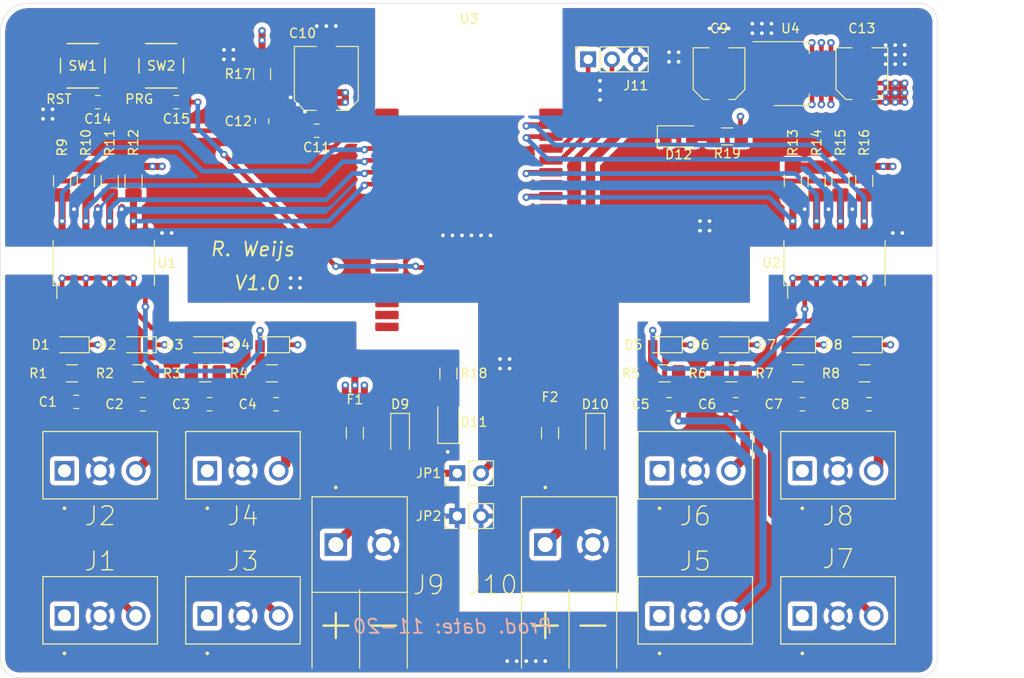
<source format=kicad_pcb>
(kicad_pcb (version 20171130) (host pcbnew "(5.1.6)-1")
  (layers (0 F.Cu signal) (1 In1.Cu power) (2 In2.Cu power) (31 B.Cu signal) (34 B.Paste user) (35 F.Paste user) (36 B.SilkS user) (37 F.SilkS user) (38 B.Mask user) (39 F.Mask user) (44 Edge.Cuts user))
  (net 0 "")
  (net 1 GND1)
  (net 2 INPUT1)
  (net 3 INPUT2)
  (net 4 INPUT3)
  (net 5 INPUT4)
  (net 6 INPUT5)
  (net 7 INPUT6)
  (net 8 INPUT7)
  (net 9 INPUT8)
  (net 10 GND2)
  (net 11 VPP)
  (net 12 +3V3)
  (net 13 EN)
  (net 14 GPIO0)
  (net 15 "Net-(D1-Pad2)")
  (net 16 VCC)
  (net 17 "Net-(D2-Pad2)")
  (net 18 "Net-(D3-Pad2)")
  (net 19 "Net-(D4-Pad2)")
  (net 20 "Net-(D5-Pad2)")
  (net 21 "Net-(D6-Pad2)")
  (net 22 "Net-(D7-Pad2)")
  (net 23 "Net-(D8-Pad2)")
  (net 24 "Net-(D9-Pad2)")
  (net 25 "Net-(D9-Pad1)")
  (net 26 "Net-(D10-Pad2)")
  (net 27 "Net-(D10-Pad1)")
  (net 28 "Net-(D11-Pad2)")
  (net 29 "Net-(D12-Pad2)")
  (net 30 RXD0)
  (net 31 TXD0)
  (net 32 GPIO36)
  (net 33 GPIO39)
  (net 34 GPIO34)
  (net 35 GPIO35)
  (net 36 GPIO23)
  (net 37 GPIO22)
  (net 38 GPIO21)
  (net 39 GPIO19)
  (module Connector_PinSocket_2.54mm:PinSocket_1x03_P2.54mm_Vertical (layer F.Cu) (at 157.734 64.008 90)
    (fp_text reference J11 (at -2.794 5.08 180) (layer F.SilkS))
    (fp_text value "PROGRAM CONN.")
    (pad 3 thru_hole oval (at 0 5.08 90) (size 1.7 1.7) (drill 1) (layers *.Cu *.Mask) (net 10 GND2))
    (pad 2 thru_hole oval (at 0 2.54 90) (size 1.7 1.7) (drill 1) (layers *.Cu *.Mask) (net 30 RXD0))
    (pad 1 thru_hole rect (at 0 0 90) (size 1.7 1.7) (drill 1) (layers *.Cu *.Mask) (net 31 TXD0))
  )
  (module "Custom Library:PTS647SM38SMTR2LFS" (layer F.Cu) (at 112.182999 64.694001)
    (fp_text reference SW2 (at 0 0) (layer F.SilkS))
    (fp_text value PRG (at -2.354 3.556) (layer F.SilkS))
    (pad 3 smd rect (at 2.625001 -1.599999) (size 1.5494 0.9906) (layers F.Cu F.Paste F.Mask) (net 10 GND2))
    (pad 4 smd rect (at 2.625001 1.599999) (size 1.5494 0.9906) (layers F.Cu F.Paste F.Mask) (net 14 GPIO0))
    (pad 2 smd rect (at -2.625001 1.599999) (size 1.5494 0.9906) (layers F.Cu F.Paste F.Mask) (net 14 GPIO0))
    (pad 1 smd rect (at -2.625001 -1.599999) (size 1.5494 0.9906) (layers F.Cu F.Paste F.Mask) (net 10 GND2))
  )
  (module "Custom Library:PTS647SM38SMTR2LFS" (layer F.Cu) (at 103.800999 64.694001)
    (fp_text reference SW1 (at 0 0) (layer F.SilkS))
    (fp_text value RST (at -2.54 3.556) (layer F.SilkS))
    (pad 3 smd rect (at 2.625001 -1.599999) (size 1.5494 0.9906) (layers F.Cu F.Paste F.Mask) (net 10 GND2))
    (pad 4 smd rect (at 2.625001 1.599999) (size 1.5494 0.9906) (layers F.Cu F.Paste F.Mask) (net 13 EN))
    (pad 2 smd rect (at -2.625001 1.599999) (size 1.5494 0.9906) (layers F.Cu F.Paste F.Mask) (net 13 EN))
    (pad 1 smd rect (at -2.625001 -1.599999) (size 1.5494 0.9906) (layers F.Cu F.Paste F.Mask) (net 10 GND2))
  )
  (module Diode_SMD:D_SOD-123F (layer F.Cu) (at 158.496 104.01 270)
    (fp_text reference D10 (at -3.172 0 180) (layer F.SilkS))
    (fp_text value 380mV)
    (pad 2 smd rect (at 1.4 0 270) (size 1.1 1.1) (layers F.Cu F.Paste F.Mask) (net 26 "Net-(D10-Pad2)"))
    (pad 1 smd rect (at -1.4 0 270) (size 1.1 1.1) (layers F.Cu F.Paste F.Mask) (net 27 "Net-(D10-Pad1)"))
  )
  (module Diode_SMD:D_SOD-123F (layer F.Cu) (at 137.668 104.01 270)
    (fp_text reference D9 (at -3.172 0 180) (layer F.SilkS))
    (fp_text value 380mV)
    (pad 2 smd rect (at 1.4 0 270) (size 1.1 1.1) (layers F.Cu F.Paste F.Mask) (net 24 "Net-(D9-Pad2)"))
    (pad 1 smd rect (at -1.4 0 270) (size 1.1 1.1) (layers F.Cu F.Paste F.Mask) (net 25 "Net-(D9-Pad1)"))
  )
  (module Fuse:Fuse_1206_3216Metric_Pad1.42x1.75mm_HandSolder (layer F.Cu) (at 153.67 103.9225 270)
    (fp_text reference F2 (at -3.8465 0 180) (layer F.SilkS))
    (fp_text value 500mA)
    (pad 2 smd roundrect (at 1.4875 0 270) (size 1.425 1.75) (layers F.Cu F.Paste F.Mask) (roundrect_rratio 0.175439) (net 27 "Net-(D10-Pad1)"))
    (pad 1 smd roundrect (at -1.4875 0 270) (size 1.425 1.75) (layers F.Cu F.Paste F.Mask) (roundrect_rratio 0.175439) (net 11 VPP))
  )
  (module Fuse:Fuse_1206_3216Metric_Pad1.42x1.75mm_HandSolder (layer F.Cu) (at 132.842 103.9225 270)
    (fp_text reference F1 (at -3.5925 0 180) (layer F.SilkS))
    (fp_text value 500mA)
    (pad 2 smd roundrect (at 1.4875 0 270) (size 1.425 1.75) (layers F.Cu F.Paste F.Mask) (roundrect_rratio 0.175439) (net 25 "Net-(D9-Pad1)"))
    (pad 1 smd roundrect (at -1.4875 0 270) (size 1.425 1.75) (layers F.Cu F.Paste F.Mask) (roundrect_rratio 0.175439) (net 16 VCC))
  )
  (module "Custom Library:CUI_TBP02R2-381-03BE" (layer F.Cu) (at 180.594 107.95)
    (fp_text reference J8 (at 3.81 4.826) (layer F.SilkS) (effects (font (size 2 2))))
    (fp_text value Conn_01x03_Male)
    (pad 3 thru_hole circle (at 7.62 0) (size 2.1 2.1) (drill 1.4) (layers *.Cu *.Mask) (net 9 INPUT8))
    (pad 2 thru_hole circle (at 3.81 0) (size 2.1 2.1) (drill 1.4) (layers *.Cu *.Mask) (net 1 GND1))
    (pad 1 thru_hole rect (at 0 0) (size 2.1 2.1) (drill 1.4) (layers *.Cu *.Mask) (net 16 VCC))
  )
  (module Package_TO_SOT_SMD:SOT-223-3_TabPin2 (layer F.Cu) (at 179.426 65.532)
    (fp_text reference U4 (at -0.102 -4.826) (layer F.SilkS))
    (fp_text value NCP1117LP)
    (pad 1 smd rect (at -3.15 -2.3) (size 2 1.5) (layers F.Cu F.Paste F.Mask) (net 10 GND2))
    (pad 3 smd rect (at -3.15 2.3) (size 2 1.5) (layers F.Cu F.Paste F.Mask) (net 11 VPP))
    (pad 2 smd rect (at -3.15 0) (size 2 1.5) (layers F.Cu F.Paste F.Mask) (net 12 +3V3))
    (pad 2 smd rect (at 3.15 0) (size 2 3.8) (layers F.Cu F.Paste F.Mask) (net 12 +3V3))
  )
  (module "Custom Library:ESP32-WROVER-IE" (layer F.Cu) (at 145.018 60.276)
    (fp_text reference U3 (at 0 -0.586) (layer F.SilkS))
    (fp_text value ESP32-WROVER-IE)
    (pad 39 smd roundrect (at -1 16.94) (size 5 5) (layers F.Cu F.Paste F.Mask) (roundrect_rratio 0.15) (net 10 GND2))
    (pad 38 smd roundrect (at 8.75 9.44) (size 2.5 0.9) (layers F.Cu F.Paste F.Mask) (roundrect_rratio 0.15) (net 10 GND2))
    (pad 37 smd roundrect (at 8.75 10.71) (size 2.5 0.9) (layers F.Cu F.Paste F.Mask) (roundrect_rratio 0.15) (net 36 GPIO23))
    (pad 36 smd roundrect (at 8.75 11.98) (size 2.5 0.9) (layers F.Cu F.Paste F.Mask) (roundrect_rratio 0.15) (net 37 GPIO22))
    (pad 35 smd roundrect (at 8.75 13.25) (size 2.5 0.9) (layers F.Cu F.Paste F.Mask) (roundrect_rratio 0.15) (net 31 TXD0))
    (pad 34 smd roundrect (at 8.75 14.52) (size 2.5 0.9) (layers F.Cu F.Paste F.Mask) (roundrect_rratio 0.15) (net 30 RXD0))
    (pad 33 smd roundrect (at 8.75 15.79) (size 2.5 0.9) (layers F.Cu F.Paste F.Mask) (roundrect_rratio 0.15) (net 38 GPIO21))
    (pad 32 smd roundrect (at 8.75 17.06) (size 2.5 0.9) (layers F.Cu F.Paste F.Mask) (roundrect_rratio 0.15))
    (pad 31 smd roundrect (at 8.75 18.33) (size 2.5 0.9) (layers F.Cu F.Paste F.Mask) (roundrect_rratio 0.15) (net 39 GPIO19))
    (pad 30 smd roundrect (at 8.75 19.6) (size 2.5 0.9) (layers F.Cu F.Paste F.Mask) (roundrect_rratio 0.15))
    (pad 29 smd roundrect (at 8.75 20.87) (size 2.5 0.9) (layers F.Cu F.Paste F.Mask) (roundrect_rratio 0.15))
    (pad 28 smd roundrect (at 8.75 22.14) (size 2.5 0.9) (layers F.Cu F.Paste F.Mask) (roundrect_rratio 0.15))
    (pad 27 smd roundrect (at 8.75 23.41) (size 2.5 0.9) (layers F.Cu F.Paste F.Mask) (roundrect_rratio 0.15))
    (pad 26 smd roundrect (at 8.75 24.68) (size 2.5 0.9) (layers F.Cu F.Paste F.Mask) (roundrect_rratio 0.15))
    (pad 25 smd roundrect (at 8.75 25.95) (size 2.5 0.9) (layers F.Cu F.Paste F.Mask) (roundrect_rratio 0.15) (net 14 GPIO0))
    (pad 24 smd roundrect (at 8.75 27.22) (size 2.5 0.9) (layers F.Cu F.Paste F.Mask) (roundrect_rratio 0.15))
    (pad 23 smd roundrect (at 8.75 28.49) (size 2.5 0.9) (layers F.Cu F.Paste F.Mask) (roundrect_rratio 0.15))
    (pad 22 smd roundrect (at 8.75 29.76) (size 2.5 0.9) (layers F.Cu F.Paste F.Mask) (roundrect_rratio 0.15))
    (pad 21 smd roundrect (at 8.75 31.03) (size 2.5 0.9) (layers F.Cu F.Paste F.Mask) (roundrect_rratio 0.15))
    (pad 20 smd roundrect (at 8.75 32.3) (size 2.5 0.9) (layers F.Cu F.Paste F.Mask) (roundrect_rratio 0.15))
    (pad 1 smd roundrect (at -8.75 9.44) (size 2.5 0.9) (layers F.Cu F.Paste F.Mask) (roundrect_rratio 0.15) (net 10 GND2))
    (pad 2 smd roundrect (at -8.75 10.71) (size 2.5 0.9) (layers F.Cu F.Paste F.Mask) (roundrect_rratio 0.15) (net 12 +3V3))
    (pad 3 smd roundrect (at -8.75 11.98) (size 2.5 0.9) (layers F.Cu F.Paste F.Mask) (roundrect_rratio 0.15) (net 13 EN))
    (pad 4 smd roundrect (at -8.75 13.25) (size 2.5 0.9) (layers F.Cu F.Paste F.Mask) (roundrect_rratio 0.15) (net 32 GPIO36))
    (pad 5 smd roundrect (at -8.75 14.52) (size 2.5 0.9) (layers F.Cu F.Paste F.Mask) (roundrect_rratio 0.15) (net 33 GPIO39))
    (pad 6 smd roundrect (at -8.75 15.79) (size 2.5 0.9) (layers F.Cu F.Paste F.Mask) (roundrect_rratio 0.15) (net 34 GPIO34))
    (pad 7 smd roundrect (at -8.75 17.06) (size 2.5 0.9) (layers F.Cu F.Paste F.Mask) (roundrect_rratio 0.15) (net 35 GPIO35))
    (pad 8 smd roundrect (at -8.75 18.33) (size 2.5 0.9) (layers F.Cu F.Paste F.Mask) (roundrect_rratio 0.15))
    (pad 9 smd roundrect (at -8.75 19.6) (size 2.5 0.9) (layers F.Cu F.Paste F.Mask) (roundrect_rratio 0.15))
    (pad 10 smd roundrect (at -8.75 20.87) (size 2.5 0.9) (layers F.Cu F.Paste F.Mask) (roundrect_rratio 0.15))
    (pad 11 smd roundrect (at -8.75 22.14) (size 2.5 0.9) (layers F.Cu F.Paste F.Mask) (roundrect_rratio 0.15))
    (pad 12 smd roundrect (at -8.75 23.41) (size 2.5 0.9) (layers F.Cu F.Paste F.Mask) (roundrect_rratio 0.15))
    (pad 13 smd roundrect (at -8.75 24.68) (size 2.5 0.9) (layers F.Cu F.Paste F.Mask) (roundrect_rratio 0.15))
    (pad 14 smd roundrect (at -8.75 25.95) (size 2.5 0.9) (layers F.Cu F.Paste F.Mask) (roundrect_rratio 0.15))
    (pad 15 smd roundrect (at -8.75 27.22) (size 2.5 0.9) (layers F.Cu F.Paste F.Mask) (roundrect_rratio 0.15) (net 10 GND2))
    (pad 16 smd roundrect (at -8.75 28.49) (size 2.5 0.9) (layers F.Cu F.Paste F.Mask) (roundrect_rratio 0.15))
    (pad 17 smd roundrect (at -8.75 29.76) (size 2.5 0.9) (layers F.Cu F.Paste F.Mask) (roundrect_rratio 0.15))
    (pad 18 smd roundrect (at -8.75 31.03) (size 2.5 0.9) (layers F.Cu F.Paste F.Mask) (roundrect_rratio 0.15))
    (pad 19 smd roundrect (at -8.75 32.3) (size 2.5 0.9) (layers F.Cu F.Paste F.Mask) (roundrect_rratio 0.15))
  )
  (module Package_SO:SOP-16_4.4x10.4mm_P1.27mm (layer F.Cu) (at 184.028 85.75 90)
    (fp_text reference U2 (at 0 -6.736 180) (layer F.SilkS))
    (fp_text value LTV-247)
    (pad 16 smd rect (at 3.15 -4.45 90) (size 1.3 0.8) (layers F.Cu F.Paste F.Mask) (net 39 GPIO19))
    (pad 15 smd rect (at 3.15 -3.17 90) (size 1.3 0.8) (layers F.Cu F.Paste F.Mask) (net 10 GND2))
    (pad 14 smd rect (at 3.15 -1.91 90) (size 1.3 0.8) (layers F.Cu F.Paste F.Mask) (net 38 GPIO21))
    (pad 13 smd rect (at 3.15 -0.64 90) (size 1.3 0.8) (layers F.Cu F.Paste F.Mask) (net 10 GND2))
    (pad 12 smd rect (at 3.15 0.64 90) (size 1.3 0.8) (layers F.Cu F.Paste F.Mask) (net 37 GPIO22))
    (pad 11 smd rect (at 3.15 1.91 90) (size 1.3 0.8) (layers F.Cu F.Paste F.Mask) (net 10 GND2))
    (pad 10 smd rect (at 3.15 3.17 90) (size 1.3 0.8) (layers F.Cu F.Paste F.Mask) (net 36 GPIO23))
    (pad 9 smd rect (at 3.15 4.45 90) (size 1.3 0.8) (layers F.Cu F.Paste F.Mask) (net 10 GND2))
    (pad 8 smd rect (at -3.15 4.45 90) (size 1.3 0.8) (layers F.Cu F.Paste F.Mask) (net 23 "Net-(D8-Pad2)"))
    (pad 7 smd rect (at -3.15 3.17 90) (size 1.3 0.8) (layers F.Cu F.Paste F.Mask) (net 16 VCC))
    (pad 6 smd rect (at -3.15 1.91 90) (size 1.3 0.8) (layers F.Cu F.Paste F.Mask) (net 22 "Net-(D7-Pad2)"))
    (pad 5 smd rect (at -3.15 0.64 90) (size 1.3 0.8) (layers F.Cu F.Paste F.Mask) (net 16 VCC))
    (pad 4 smd rect (at -3.15 -0.64 90) (size 1.3 0.8) (layers F.Cu F.Paste F.Mask) (net 21 "Net-(D6-Pad2)"))
    (pad 3 smd rect (at -3.15 -1.91 90) (size 1.3 0.8) (layers F.Cu F.Paste F.Mask) (net 16 VCC))
    (pad 2 smd rect (at -3.15 -3.17 90) (size 1.3 0.8) (layers F.Cu F.Paste F.Mask) (net 20 "Net-(D5-Pad2)"))
    (pad 1 smd rect (at -3.15 -4.45 90) (size 1.3 0.8) (layers F.Cu F.Paste F.Mask) (net 16 VCC))
  )
  (module Package_SO:SOP-16_4.4x10.4mm_P1.27mm (layer F.Cu) (at 106.05 85.75 90)
    (fp_text reference U1 (at 0 6.726 180) (layer F.SilkS))
    (fp_text value LTV-247)
    (pad 16 smd rect (at 3.15 -4.45 90) (size 1.3 0.8) (layers F.Cu F.Paste F.Mask) (net 32 GPIO36))
    (pad 15 smd rect (at 3.15 -3.17 90) (size 1.3 0.8) (layers F.Cu F.Paste F.Mask) (net 10 GND2))
    (pad 14 smd rect (at 3.15 -1.91 90) (size 1.3 0.8) (layers F.Cu F.Paste F.Mask) (net 33 GPIO39))
    (pad 13 smd rect (at 3.15 -0.64 90) (size 1.3 0.8) (layers F.Cu F.Paste F.Mask) (net 10 GND2))
    (pad 12 smd rect (at 3.15 0.64 90) (size 1.3 0.8) (layers F.Cu F.Paste F.Mask) (net 34 GPIO34))
    (pad 11 smd rect (at 3.15 1.91 90) (size 1.3 0.8) (layers F.Cu F.Paste F.Mask) (net 10 GND2))
    (pad 10 smd rect (at 3.15 3.17 90) (size 1.3 0.8) (layers F.Cu F.Paste F.Mask) (net 35 GPIO35))
    (pad 9 smd rect (at 3.15 4.45 90) (size 1.3 0.8) (layers F.Cu F.Paste F.Mask) (net 10 GND2))
    (pad 8 smd rect (at -3.15 4.45 90) (size 1.3 0.8) (layers F.Cu F.Paste F.Mask) (net 19 "Net-(D4-Pad2)"))
    (pad 7 smd rect (at -3.15 3.17 90) (size 1.3 0.8) (layers F.Cu F.Paste F.Mask) (net 16 VCC))
    (pad 6 smd rect (at -3.15 1.91 90) (size 1.3 0.8) (layers F.Cu F.Paste F.Mask) (net 18 "Net-(D3-Pad2)"))
    (pad 5 smd rect (at -3.15 0.64 90) (size 1.3 0.8) (layers F.Cu F.Paste F.Mask) (net 16 VCC))
    (pad 4 smd rect (at -3.15 -0.64 90) (size 1.3 0.8) (layers F.Cu F.Paste F.Mask) (net 17 "Net-(D2-Pad2)"))
    (pad 3 smd rect (at -3.15 -1.91 90) (size 1.3 0.8) (layers F.Cu F.Paste F.Mask) (net 16 VCC))
    (pad 2 smd rect (at -3.15 -3.17 90) (size 1.3 0.8) (layers F.Cu F.Paste F.Mask) (net 15 "Net-(D1-Pad2)"))
    (pad 1 smd rect (at -3.15 -4.45 90) (size 1.3 0.8) (layers F.Cu F.Paste F.Mask) (net 16 VCC))
  )
  (module Resistor_SMD:R_1206_3216Metric_Pad1.42x1.75mm_HandSolder (layer F.Cu) (at 172.5815 72.24 180)
    (fp_text reference R19 (at 0 -1.82) (layer F.SilkS))
    (fp_text value 200Ω)
    (pad 2 smd roundrect (at 1.4875 0 180) (size 1.425 1.75) (layers F.Cu F.Paste F.Mask) (roundrect_rratio 0.175439) (net 29 "Net-(D12-Pad2)"))
    (pad 1 smd roundrect (at -1.4875 0 180) (size 1.425 1.75) (layers F.Cu F.Paste F.Mask) (roundrect_rratio 0.175439) (net 12 +3V3))
  )
  (module Resistor_SMD:R_1206_3216Metric_Pad1.42x1.75mm_HandSolder (layer F.Cu) (at 142.828 97.5565 270)
    (fp_text reference R18 (at -0.0205 -2.714 180) (layer F.SilkS))
    (fp_text value 1KΩ)
    (pad 2 smd roundrect (at 1.4875 0 270) (size 1.425 1.75) (layers F.Cu F.Paste F.Mask) (roundrect_rratio 0.175439) (net 28 "Net-(D11-Pad2)"))
    (pad 1 smd roundrect (at -1.4875 0 270) (size 1.425 1.75) (layers F.Cu F.Paste F.Mask) (roundrect_rratio 0.175439) (net 16 VCC))
  )
  (module Resistor_SMD:R_1206_3216Metric_Pad1.42x1.75mm_HandSolder (layer F.Cu) (at 122.936 65.5685 270)
    (fp_text reference R17 (at 0 2.54 180) (layer F.SilkS))
    (fp_text value 10KΩ)
    (pad 2 smd roundrect (at 1.4875 0 270) (size 1.425 1.75) (layers F.Cu F.Paste F.Mask) (roundrect_rratio 0.175439) (net 13 EN))
    (pad 1 smd roundrect (at -1.4875 0 270) (size 1.425 1.75) (layers F.Cu F.Paste F.Mask) (roundrect_rratio 0.175439) (net 12 +3V3))
  )
  (module Resistor_SMD:R_1206_3216Metric_Pad1.42x1.75mm_HandSolder (layer F.Cu) (at 187.198 76.9985 270)
    (fp_text reference R16 (at -4.1005 0 90) (layer F.SilkS))
    (fp_text value 200Ω)
    (pad 2 smd roundrect (at 1.4875 0 270) (size 1.425 1.75) (layers F.Cu F.Paste F.Mask) (roundrect_rratio 0.175439) (net 36 GPIO23))
    (pad 1 smd roundrect (at -1.4875 0 270) (size 1.425 1.75) (layers F.Cu F.Paste F.Mask) (roundrect_rratio 0.175439) (net 12 +3V3))
  )
  (module Resistor_SMD:R_1206_3216Metric_Pad1.42x1.75mm_HandSolder (layer F.Cu) (at 184.658 76.9985 270)
    (fp_text reference R15 (at -4.1005 0 90) (layer F.SilkS))
    (fp_text value 200Ω)
    (pad 2 smd roundrect (at 1.4875 0 270) (size 1.425 1.75) (layers F.Cu F.Paste F.Mask) (roundrect_rratio 0.175439) (net 37 GPIO22))
    (pad 1 smd roundrect (at -1.4875 0 270) (size 1.425 1.75) (layers F.Cu F.Paste F.Mask) (roundrect_rratio 0.175439) (net 12 +3V3))
  )
  (module Resistor_SMD:R_1206_3216Metric_Pad1.42x1.75mm_HandSolder (layer F.Cu) (at 182.118 76.9985 270)
    (fp_text reference R14 (at -4.1005 0 90) (layer F.SilkS))
    (fp_text value 200Ω)
    (pad 2 smd roundrect (at 1.4875 0 270) (size 1.425 1.75) (layers F.Cu F.Paste F.Mask) (roundrect_rratio 0.175439) (net 38 GPIO21))
    (pad 1 smd roundrect (at -1.4875 0 270) (size 1.425 1.75) (layers F.Cu F.Paste F.Mask) (roundrect_rratio 0.175439) (net 12 +3V3))
  )
  (module Resistor_SMD:R_1206_3216Metric_Pad1.42x1.75mm_HandSolder (layer F.Cu) (at 179.578 76.9985 270)
    (fp_text reference R13 (at -4.1005 0 90) (layer F.SilkS))
    (fp_text value 200Ω)
    (pad 2 smd roundrect (at 1.4875 0 270) (size 1.425 1.75) (layers F.Cu F.Paste F.Mask) (roundrect_rratio 0.175439) (net 39 GPIO19))
    (pad 1 smd roundrect (at -1.4875 0 270) (size 1.425 1.75) (layers F.Cu F.Paste F.Mask) (roundrect_rratio 0.175439) (net 12 +3V3))
  )
  (module Resistor_SMD:R_1206_3216Metric_Pad1.42x1.75mm_HandSolder (layer F.Cu) (at 109.22 76.962 270)
    (fp_text reference R12 (at -4.064 0 270) (layer F.SilkS))
    (fp_text value 200Ω)
    (pad 2 smd roundrect (at 1.4875 0 270) (size 1.425 1.75) (layers F.Cu F.Paste F.Mask) (roundrect_rratio 0.175439) (net 35 GPIO35))
    (pad 1 smd roundrect (at -1.4875 0 270) (size 1.425 1.75) (layers F.Cu F.Paste F.Mask) (roundrect_rratio 0.175439) (net 12 +3V3))
  )
  (module Resistor_SMD:R_1206_3216Metric_Pad1.42x1.75mm_HandSolder (layer F.Cu) (at 106.68 76.9985 270)
    (fp_text reference R11 (at -4.1005 0 270) (layer F.SilkS))
    (fp_text value 200Ω)
    (pad 2 smd roundrect (at 1.4875 0 270) (size 1.425 1.75) (layers F.Cu F.Paste F.Mask) (roundrect_rratio 0.175439) (net 34 GPIO34))
    (pad 1 smd roundrect (at -1.4875 0 270) (size 1.425 1.75) (layers F.Cu F.Paste F.Mask) (roundrect_rratio 0.175439) (net 12 +3V3))
  )
  (module Resistor_SMD:R_1206_3216Metric_Pad1.42x1.75mm_HandSolder (layer F.Cu) (at 104.14 76.9985 270)
    (fp_text reference R10 (at -4.1005 0 270) (layer F.SilkS))
    (fp_text value 200Ω)
    (pad 2 smd roundrect (at 1.4875 0 270) (size 1.425 1.75) (layers F.Cu F.Paste F.Mask) (roundrect_rratio 0.175439) (net 33 GPIO39))
    (pad 1 smd roundrect (at -1.4875 0 270) (size 1.425 1.75) (layers F.Cu F.Paste F.Mask) (roundrect_rratio 0.175439) (net 12 +3V3))
  )
  (module Resistor_SMD:R_1206_3216Metric_Pad1.42x1.75mm_HandSolder (layer F.Cu) (at 101.6 76.9985 270)
    (fp_text reference R9 (at -3.5925 0 270) (layer F.SilkS))
    (fp_text value 200Ω)
    (pad 2 smd roundrect (at 1.4875 0 270) (size 1.425 1.75) (layers F.Cu F.Paste F.Mask) (roundrect_rratio 0.175439) (net 32 GPIO36))
    (pad 1 smd roundrect (at -1.4875 0 270) (size 1.425 1.75) (layers F.Cu F.Paste F.Mask) (roundrect_rratio 0.175439) (net 12 +3V3))
  )
  (module Resistor_SMD:R_1206_3216Metric_Pad1.42x1.75mm_HandSolder (layer F.Cu) (at 187.2345 97.536)
    (fp_text reference R8 (at -3.5925 0) (layer F.SilkS))
    (fp_text value 1KΩ)
    (pad 2 smd roundrect (at 1.4875 0) (size 1.425 1.75) (layers F.Cu F.Paste F.Mask) (roundrect_rratio 0.175439) (net 9 INPUT8))
    (pad 1 smd roundrect (at -1.4875 0) (size 1.425 1.75) (layers F.Cu F.Paste F.Mask) (roundrect_rratio 0.175439) (net 23 "Net-(D8-Pad2)"))
  )
  (module Resistor_SMD:R_1206_3216Metric_Pad1.42x1.75mm_HandSolder (layer F.Cu) (at 180.1225 97.536)
    (fp_text reference R7 (at -3.556 0) (layer F.SilkS))
    (fp_text value 1KΩ)
    (pad 2 smd roundrect (at 1.4875 0) (size 1.425 1.75) (layers F.Cu F.Paste F.Mask) (roundrect_rratio 0.175439) (net 8 INPUT7))
    (pad 1 smd roundrect (at -1.4875 0) (size 1.425 1.75) (layers F.Cu F.Paste F.Mask) (roundrect_rratio 0.175439) (net 22 "Net-(D7-Pad2)"))
  )
  (module Resistor_SMD:R_1206_3216Metric_Pad1.42x1.75mm_HandSolder (layer F.Cu) (at 173.0105 97.536)
    (fp_text reference R6 (at -3.5925 0) (layer F.SilkS))
    (fp_text value 1KΩ)
    (pad 2 smd roundrect (at 1.4875 0) (size 1.425 1.75) (layers F.Cu F.Paste F.Mask) (roundrect_rratio 0.175439) (net 7 INPUT6))
    (pad 1 smd roundrect (at -1.4875 0) (size 1.425 1.75) (layers F.Cu F.Paste F.Mask) (roundrect_rratio 0.175439) (net 21 "Net-(D6-Pad2)"))
  )
  (module Resistor_SMD:R_1206_3216Metric_Pad1.42x1.75mm_HandSolder (layer F.Cu) (at 165.8985 97.536)
    (fp_text reference R5 (at -3.5925 0) (layer F.SilkS))
    (fp_text value 1KΩ)
    (pad 2 smd roundrect (at 1.4875 0) (size 1.425 1.75) (layers F.Cu F.Paste F.Mask) (roundrect_rratio 0.175439) (net 6 INPUT5))
    (pad 1 smd roundrect (at -1.4875 0) (size 1.425 1.75) (layers F.Cu F.Paste F.Mask) (roundrect_rratio 0.175439) (net 20 "Net-(D5-Pad2)"))
  )
  (module Resistor_SMD:R_1206_3216Metric_Pad1.42x1.75mm_HandSolder (layer F.Cu) (at 123.9885 97.536)
    (fp_text reference R4 (at -3.5195 0) (layer F.SilkS))
    (fp_text value 1KΩ)
    (pad 2 smd roundrect (at 1.4875 0) (size 1.425 1.75) (layers F.Cu F.Paste F.Mask) (roundrect_rratio 0.175439) (net 5 INPUT4))
    (pad 1 smd roundrect (at -1.4875 0) (size 1.425 1.75) (layers F.Cu F.Paste F.Mask) (roundrect_rratio 0.175439) (net 19 "Net-(D4-Pad2)"))
  )
  (module Resistor_SMD:R_1206_3216Metric_Pad1.42x1.75mm_HandSolder (layer F.Cu) (at 116.8765 97.536)
    (fp_text reference R3 (at -3.556 0) (layer F.SilkS))
    (fp_text value 1KΩ)
    (pad 2 smd roundrect (at 1.4875 0) (size 1.425 1.75) (layers F.Cu F.Paste F.Mask) (roundrect_rratio 0.175439) (net 4 INPUT3))
    (pad 1 smd roundrect (at -1.4875 0) (size 1.425 1.75) (layers F.Cu F.Paste F.Mask) (roundrect_rratio 0.175439) (net 18 "Net-(D3-Pad2)"))
  )
  (module Resistor_SMD:R_1206_3216Metric_Pad1.42x1.75mm_HandSolder (layer F.Cu) (at 109.7645 97.536)
    (fp_text reference R2 (at -3.5925 0) (layer F.SilkS))
    (fp_text value 1KΩ)
    (pad 2 smd roundrect (at 1.4875 0) (size 1.425 1.75) (layers F.Cu F.Paste F.Mask) (roundrect_rratio 0.175439) (net 3 INPUT2))
    (pad 1 smd roundrect (at -1.4875 0) (size 1.425 1.75) (layers F.Cu F.Paste F.Mask) (roundrect_rratio 0.175439) (net 17 "Net-(D2-Pad2)"))
  )
  (module Resistor_SMD:R_1206_3216Metric_Pad1.42x1.75mm_HandSolder (layer F.Cu) (at 102.6525 97.536)
    (fp_text reference R1 (at -3.5925 0) (layer F.SilkS))
    (fp_text value 1KΩ)
    (pad 2 smd roundrect (at 1.4875 0) (size 1.425 1.75) (layers F.Cu F.Paste F.Mask) (roundrect_rratio 0.175439) (net 2 INPUT1))
    (pad 1 smd roundrect (at -1.4875 0) (size 1.425 1.75) (layers F.Cu F.Paste F.Mask) (roundrect_rratio 0.175439) (net 15 "Net-(D1-Pad2)"))
  )
  (module Connector_PinHeader_2.54mm:PinHeader_1x02_P2.54mm_Vertical (layer F.Cu) (at 143.764 112.776 90)
    (fp_text reference JP2 (at 0 -3.048 180) (layer F.SilkS))
    (fp_text value Jumper_2_Open)
    (pad 2 thru_hole oval (at 0 2.54 90) (size 1.7 1.7) (drill 1) (layers *.Cu *.Mask) (net 10 GND2))
    (pad 1 thru_hole rect (at 0 0 90) (size 1.7 1.7) (drill 1) (layers *.Cu *.Mask) (net 1 GND1))
  )
  (module Connector_PinHeader_2.54mm:PinHeader_1x02_P2.54mm_Vertical (layer F.Cu) (at 143.764 108.204 90)
    (fp_text reference JP1 (at 0 -3.048 180) (layer F.SilkS))
    (fp_text value Jumper_2_Open)
    (pad 2 thru_hole oval (at 0 2.54 90) (size 1.7 1.7) (drill 1) (layers *.Cu *.Mask) (net 11 VPP))
    (pad 1 thru_hole rect (at 0 0 90) (size 1.7 1.7) (drill 1) (layers *.Cu *.Mask) (net 16 VCC))
  )
  (module "Custom Library:CUI_TB004-508-02BE" (layer F.Cu) (at 153.162 115.824)
    (fp_text reference J10 (at -5.588 4.318) (layer F.SilkS) (effects (font (size 2 2))))
    (fp_text value Screw_Terminal_01x02)
    (pad 2 thru_hole circle (at 5.08 0) (size 2.4 2.4) (drill 1.6) (layers *.Cu *.Mask) (net 10 GND2))
    (pad 1 thru_hole rect (at 0 0) (size 2.4 2.4) (drill 1.6) (layers *.Cu *.Mask) (net 26 "Net-(D10-Pad2)"))
  )
  (module "Custom Library:CUI_TB004-508-02BE" (layer F.Cu) (at 130.81 115.824)
    (fp_text reference J9 (at 9.906 4.318) (layer F.SilkS) (effects (font (size 2 2))))
    (fp_text value Screw_Terminal_01x02)
    (pad 2 thru_hole circle (at 5.08 0) (size 2.4 2.4) (drill 1.6) (layers *.Cu *.Mask) (net 1 GND1))
    (pad 1 thru_hole rect (at 0 0) (size 2.4 2.4) (drill 1.6) (layers *.Cu *.Mask) (net 24 "Net-(D9-Pad2)"))
  )
  (module "Custom Library:CUI_TBP02R2-381-03BE" (layer F.Cu) (at 180.594 123.444)
    (fp_text reference J7 (at 3.81 -6.089) (layer F.SilkS) (effects (font (size 2 2))))
    (fp_text value Conn_01x03_Male)
    (pad 3 thru_hole circle (at 7.62 0) (size 2.1 2.1) (drill 1.4) (layers *.Cu *.Mask) (net 8 INPUT7))
    (pad 2 thru_hole circle (at 3.81 0) (size 2.1 2.1) (drill 1.4) (layers *.Cu *.Mask) (net 1 GND1))
    (pad 1 thru_hole rect (at 0 0) (size 2.1 2.1) (drill 1.4) (layers *.Cu *.Mask) (net 16 VCC))
  )
  (module "Custom Library:CUI_TBP02R2-381-03BE" (layer F.Cu) (at 165.354 107.95)
    (fp_text reference J6 (at 3.81 4.826) (layer F.SilkS) (effects (font (size 2 2))))
    (fp_text value Conn_01x03_Male)
    (pad 3 thru_hole circle (at 7.62 0) (size 2.1 2.1) (drill 1.4) (layers *.Cu *.Mask) (net 7 INPUT6))
    (pad 2 thru_hole circle (at 3.81 0) (size 2.1 2.1) (drill 1.4) (layers *.Cu *.Mask) (net 1 GND1))
    (pad 1 thru_hole rect (at 0 0) (size 2.1 2.1) (drill 1.4) (layers *.Cu *.Mask) (net 16 VCC))
  )
  (module "Custom Library:CUI_TBP02R2-381-03BE" (layer F.Cu) (at 165.354 123.444)
    (fp_text reference J5 (at 3.81 -5.842) (layer F.SilkS) (effects (font (size 2 2))))
    (fp_text value Conn_01x03_Male)
    (pad 3 thru_hole circle (at 7.62 0) (size 2.1 2.1) (drill 1.4) (layers *.Cu *.Mask) (net 6 INPUT5))
    (pad 2 thru_hole circle (at 3.81 0) (size 2.1 2.1) (drill 1.4) (layers *.Cu *.Mask) (net 1 GND1))
    (pad 1 thru_hole rect (at 0 0) (size 2.1 2.1) (drill 1.4) (layers *.Cu *.Mask) (net 16 VCC))
  )
  (module "Custom Library:CUI_TBP02R2-381-03BE" (layer F.Cu) (at 117.094 107.95)
    (fp_text reference J4 (at 3.81 4.826) (layer F.SilkS) (effects (font (size 2 2))))
    (fp_text value Conn_01x03_Male)
    (pad 3 thru_hole circle (at 7.62 0) (size 2.1 2.1) (drill 1.4) (layers *.Cu *.Mask) (net 5 INPUT4))
    (pad 2 thru_hole circle (at 3.81 0) (size 2.1 2.1) (drill 1.4) (layers *.Cu *.Mask) (net 1 GND1))
    (pad 1 thru_hole rect (at 0 0) (size 2.1 2.1) (drill 1.4) (layers *.Cu *.Mask) (net 16 VCC))
  )
  (module "Custom Library:CUI_TBP02R2-381-03BE" (layer F.Cu) (at 117.094 123.444)
    (fp_text reference J3 (at 3.81 -5.842) (layer F.SilkS) (effects (font (size 2 2))))
    (fp_text value Conn_01x03_Male)
    (pad 3 thru_hole circle (at 7.62 0) (size 2.1 2.1) (drill 1.4) (layers *.Cu *.Mask) (net 4 INPUT3))
    (pad 2 thru_hole circle (at 3.81 0) (size 2.1 2.1) (drill 1.4) (layers *.Cu *.Mask) (net 1 GND1))
    (pad 1 thru_hole rect (at 0 0) (size 2.1 2.1) (drill 1.4) (layers *.Cu *.Mask) (net 16 VCC))
  )
  (module "Custom Library:CUI_TBP02R2-381-03BE" (layer F.Cu) (at 101.854 107.95)
    (fp_text reference J2 (at 3.81 4.826) (layer F.SilkS) (effects (font (size 2 2))))
    (fp_text value Conn_01x03_Male)
    (pad 3 thru_hole circle (at 7.62 0) (size 2.1 2.1) (drill 1.4) (layers *.Cu *.Mask) (net 3 INPUT2))
    (pad 2 thru_hole circle (at 3.81 0) (size 2.1 2.1) (drill 1.4) (layers *.Cu *.Mask) (net 1 GND1))
    (pad 1 thru_hole rect (at 0 0) (size 2.1 2.1) (drill 1.4) (layers *.Cu *.Mask) (net 16 VCC))
  )
  (module "Custom Library:CUI_TBP02R2-381-03BE" (layer F.Cu) (at 101.854 123.444)
    (fp_text reference J1 (at 3.81 -5.842) (layer F.SilkS) (effects (font (size 2 2))))
    (fp_text value Conn_01x03_Male)
    (pad 3 thru_hole circle (at 7.62 0) (size 2.1 2.1) (drill 1.4) (layers *.Cu *.Mask) (net 2 INPUT1))
    (pad 2 thru_hole circle (at 3.81 0) (size 2.1 2.1) (drill 1.4) (layers *.Cu *.Mask) (net 1 GND1))
    (pad 1 thru_hole rect (at 0 0) (size 2.1 2.1) (drill 1.4) (layers *.Cu *.Mask) (net 16 VCC))
  )
  (module LED_SMD:LED_1206_3216Metric (layer F.Cu) (at 167.408 72.24)
    (fp_text reference D12 (at -0.022 1.928) (layer F.SilkS))
    (fp_text value LED)
    (pad 2 smd roundrect (at 1.4 0) (size 1.25 1.75) (layers F.Cu F.Paste F.Mask) (roundrect_rratio 0.2) (net 29 "Net-(D12-Pad2)"))
    (pad 1 smd roundrect (at -1.4 0) (size 1.25 1.75) (layers F.Cu F.Paste F.Mask) (roundrect_rratio 0.2) (net 10 GND2))
  )
  (module LED_SMD:LED_1206_3216Metric (layer F.Cu) (at 142.828 102.73 90)
    (fp_text reference D11 (at 0 2.714 180) (layer F.SilkS))
    (fp_text value LED)
    (pad 2 smd roundrect (at 1.4 0 90) (size 1.25 1.75) (layers F.Cu F.Paste F.Mask) (roundrect_rratio 0.2) (net 28 "Net-(D11-Pad2)"))
    (pad 1 smd roundrect (at -1.4 0 90) (size 1.25 1.75) (layers F.Cu F.Paste F.Mask) (roundrect_rratio 0.2) (net 1 GND1))
  )
  (module Diode_SMD:D_SOD-323_HandSoldering (layer F.Cu) (at 187.218 94.488 180)
    (fp_text reference D8 (at 3.302 0) (layer F.SilkS))
    (fp_text value D_ESD)
    (pad 2 smd rect (at 1.25 0 180) (size 1 1) (layers F.Cu F.Paste F.Mask) (net 23 "Net-(D8-Pad2)"))
    (pad 1 smd rect (at -1.25 0 180) (size 1 1) (layers F.Cu F.Paste F.Mask) (net 16 VCC))
  )
  (module Diode_SMD:D_SOD-323_HandSoldering (layer F.Cu) (at 180.106 94.488 180)
    (fp_text reference D7 (at 3.302 0) (layer F.SilkS))
    (fp_text value D_ESD)
    (pad 2 smd rect (at 1.25 0 180) (size 1 1) (layers F.Cu F.Paste F.Mask) (net 22 "Net-(D7-Pad2)"))
    (pad 1 smd rect (at -1.25 0 180) (size 1 1) (layers F.Cu F.Paste F.Mask) (net 16 VCC))
  )
  (module Diode_SMD:D_SOD-323_HandSoldering (layer F.Cu) (at 172.994 94.488 180)
    (fp_text reference D6 (at 3.282 0) (layer F.SilkS))
    (fp_text value D_ESD)
    (pad 2 smd rect (at 1.25 0 180) (size 1 1) (layers F.Cu F.Paste F.Mask) (net 21 "Net-(D6-Pad2)"))
    (pad 1 smd rect (at -1.25 0 180) (size 1 1) (layers F.Cu F.Paste F.Mask) (net 16 VCC))
  )
  (module Diode_SMD:D_SOD-323_HandSoldering (layer F.Cu) (at 165.882 94.488 180)
    (fp_text reference D5 (at 3.322 0) (layer F.SilkS))
    (fp_text value D_ESD)
    (pad 2 smd rect (at 1.25 0 180) (size 1 1) (layers F.Cu F.Paste F.Mask) (net 20 "Net-(D5-Pad2)"))
    (pad 1 smd rect (at -1.25 0 180) (size 1 1) (layers F.Cu F.Paste F.Mask) (net 16 VCC))
  )
  (module Diode_SMD:D_SOD-323_HandSoldering (layer F.Cu) (at 123.972 94.488 180)
    (fp_text reference D4 (at 3.302 0) (layer F.SilkS))
    (fp_text value D_ESD)
    (pad 2 smd rect (at 1.25 0 180) (size 1 1) (layers F.Cu F.Paste F.Mask) (net 19 "Net-(D4-Pad2)"))
    (pad 1 smd rect (at -1.25 0 180) (size 1 1) (layers F.Cu F.Paste F.Mask) (net 16 VCC))
  )
  (module Diode_SMD:D_SOD-323_HandSoldering (layer F.Cu) (at 116.86 94.488 180)
    (fp_text reference D3 (at 3.282 0) (layer F.SilkS))
    (fp_text value D_ESD)
    (pad 2 smd rect (at 1.25 0 180) (size 1 1) (layers F.Cu F.Paste F.Mask) (net 18 "Net-(D3-Pad2)"))
    (pad 1 smd rect (at -1.25 0 180) (size 1 1) (layers F.Cu F.Paste F.Mask) (net 16 VCC))
  )
  (module Diode_SMD:D_SOD-323_HandSoldering (layer F.Cu) (at 109.748 94.488 180)
    (fp_text reference D2 (at 3.322 0) (layer F.SilkS))
    (fp_text value D_ESD)
    (pad 2 smd rect (at 1.25 0 180) (size 1 1) (layers F.Cu F.Paste F.Mask) (net 17 "Net-(D2-Pad2)"))
    (pad 1 smd rect (at -1.25 0 180) (size 1 1) (layers F.Cu F.Paste F.Mask) (net 16 VCC))
  )
  (module Diode_SMD:D_SOD-323_HandSoldering (layer F.Cu) (at 102.596 94.488 180)
    (fp_text reference D1 (at 3.282 0) (layer F.SilkS))
    (fp_text value D_ESD)
    (pad 2 smd rect (at 1.25 0 180) (size 1 1) (layers F.Cu F.Paste F.Mask) (net 15 "Net-(D1-Pad2)"))
    (pad 1 smd rect (at -1.25 0 180) (size 1 1) (layers F.Cu F.Paste F.Mask) (net 16 VCC))
  )
  (module Capacitor_SMD:C_0805_2012Metric_Pad1.15x1.40mm_HandSolder (layer F.Cu) (at 113.783 68.58 180)
    (fp_text reference C15 (at -0.009 -1.778) (layer F.SilkS))
    (fp_text value 100nF)
    (pad 2 smd roundrect (at 1.025 0 180) (size 1.15 1.4) (layers F.Cu F.Paste F.Mask) (roundrect_rratio 0.217391) (net 10 GND2))
    (pad 1 smd roundrect (at -1.025 0 180) (size 1.15 1.4) (layers F.Cu F.Paste F.Mask) (roundrect_rratio 0.217391) (net 14 GPIO0))
  )
  (module Capacitor_SMD:C_0805_2012Metric_Pad1.15x1.40mm_HandSolder (layer F.Cu) (at 105.401 68.58 180)
    (fp_text reference C14 (at -0.009 -1.778) (layer F.SilkS))
    (fp_text value 100nF)
    (pad 2 smd roundrect (at 1.025 0 180) (size 1.15 1.4) (layers F.Cu F.Paste F.Mask) (roundrect_rratio 0.217391) (net 10 GND2))
    (pad 1 smd roundrect (at -1.025 0 180) (size 1.15 1.4) (layers F.Cu F.Paste F.Mask) (roundrect_rratio 0.217391) (net 13 EN))
  )
  (module Capacitor_SMD:C_Elec_5x5.4 (layer F.Cu) (at 186.944 65.532 90)
    (fp_text reference C13 (at 4.826 0 180) (layer F.SilkS))
    (fp_text value 10µF)
    (pad 2 smd roundrect (at 2.0625 0 90) (size 2.775 1.6) (layers F.Cu F.Paste F.Mask) (roundrect_rratio 0.15625) (net 10 GND2))
    (pad 1 smd roundrect (at -2.0625 0 90) (size 2.775 1.6) (layers F.Cu F.Paste F.Mask) (roundrect_rratio 0.15625) (net 12 +3V3))
  )
  (module Capacitor_SMD:C_0805_2012Metric_Pad1.15x1.40mm_HandSolder (layer F.Cu) (at 122.936 70.603 270)
    (fp_text reference C12 (at 0.009 2.54 180) (layer F.SilkS))
    (fp_text value 100nF)
    (pad 2 smd roundrect (at 1.025 0 270) (size 1.15 1.4) (layers F.Cu F.Paste F.Mask) (roundrect_rratio 0.217391) (net 10 GND2))
    (pad 1 smd roundrect (at -1.025 0 270) (size 1.15 1.4) (layers F.Cu F.Paste F.Mask) (roundrect_rratio 0.217391) (net 13 EN))
  )
  (module Capacitor_SMD:C_0805_2012Metric_Pad1.15x1.40mm_HandSolder (layer F.Cu) (at 128.769 71.628 180)
    (fp_text reference C11 (at 0 -1.778) (layer F.SilkS))
    (fp_text value 100nF)
    (pad 2 smd roundrect (at 1.025 0 180) (size 1.15 1.4) (layers F.Cu F.Paste F.Mask) (roundrect_rratio 0.217391) (net 10 GND2))
    (pad 1 smd roundrect (at -1.025 0 180) (size 1.15 1.4) (layers F.Cu F.Paste F.Mask) (roundrect_rratio 0.217391) (net 12 +3V3))
  )
  (module Capacitor_SMD:C_Elec_6.3x5.4 (layer F.Cu) (at 129.794 66.0425 90)
    (fp_text reference C10 (at 4.8285 -2.54 180) (layer F.SilkS))
    (fp_text value 22µF)
    (pad 2 smd roundrect (at 2.5375 0 90) (size 3.325 1.6) (layers F.Cu F.Paste F.Mask) (roundrect_rratio 0.15625) (net 10 GND2))
    (pad 1 smd roundrect (at -2.5375 0 90) (size 3.325 1.6) (layers F.Cu F.Paste F.Mask) (roundrect_rratio 0.15625) (net 12 +3V3))
  )
  (module Capacitor_SMD:C_Elec_5x5.4 (layer F.Cu) (at 171.704 65.532 90)
    (fp_text reference C9 (at 4.826 0 180) (layer F.SilkS))
    (fp_text value 10µF)
    (pad 2 smd roundrect (at 2.0625 0 90) (size 2.775 1.6) (layers F.Cu F.Paste F.Mask) (roundrect_rratio 0.15625) (net 10 GND2))
    (pad 1 smd roundrect (at -2.0625 0 90) (size 2.775 1.6) (layers F.Cu F.Paste F.Mask) (roundrect_rratio 0.15625) (net 11 VPP))
  )
  (module Capacitor_SMD:C_0805_2012Metric_Pad1.15x1.40mm_HandSolder (layer F.Cu) (at 187.697 100.838 180)
    (fp_text reference C8 (at 3.039 0) (layer F.SilkS))
    (fp_text value 100nF)
    (pad 2 smd roundrect (at 1.025 0 180) (size 1.15 1.4) (layers F.Cu F.Paste F.Mask) (roundrect_rratio 0.217391) (net 1 GND1))
    (pad 1 smd roundrect (at -1.025 0 180) (size 1.15 1.4) (layers F.Cu F.Paste F.Mask) (roundrect_rratio 0.217391) (net 9 INPUT8))
  )
  (module Capacitor_SMD:C_0805_2012Metric_Pad1.15x1.40mm_HandSolder (layer F.Cu) (at 180.585 100.838 180)
    (fp_text reference C7 (at 3.048 0) (layer F.SilkS))
    (fp_text value 100nF)
    (pad 2 smd roundrect (at 1.025 0 180) (size 1.15 1.4) (layers F.Cu F.Paste F.Mask) (roundrect_rratio 0.217391) (net 1 GND1))
    (pad 1 smd roundrect (at -1.025 0 180) (size 1.15 1.4) (layers F.Cu F.Paste F.Mask) (roundrect_rratio 0.217391) (net 8 INPUT7))
  )
  (module Capacitor_SMD:C_0805_2012Metric_Pad1.15x1.40mm_HandSolder (layer F.Cu) (at 173.473 100.838 180)
    (fp_text reference C6 (at 3.039 0) (layer F.SilkS))
    (fp_text value 100nF)
    (pad 2 smd roundrect (at 1.025 0 180) (size 1.15 1.4) (layers F.Cu F.Paste F.Mask) (roundrect_rratio 0.217391) (net 1 GND1))
    (pad 1 smd roundrect (at -1.025 0 180) (size 1.15 1.4) (layers F.Cu F.Paste F.Mask) (roundrect_rratio 0.217391) (net 7 INPUT6))
  )
  (module Capacitor_SMD:C_0805_2012Metric_Pad1.15x1.40mm_HandSolder (layer F.Cu) (at 166.361 100.838 180)
    (fp_text reference C5 (at 3.039 0) (layer F.SilkS))
    (fp_text value 100nF)
    (pad 2 smd roundrect (at 1.025 0 180) (size 1.15 1.4) (layers F.Cu F.Paste F.Mask) (roundrect_rratio 0.217391) (net 1 GND1))
    (pad 1 smd roundrect (at -1.025 0 180) (size 1.15 1.4) (layers F.Cu F.Paste F.Mask) (roundrect_rratio 0.217391) (net 6 INPUT5))
  )
  (module Capacitor_SMD:C_0805_2012Metric_Pad1.15x1.40mm_HandSolder (layer F.Cu) (at 124.451 100.838 180)
    (fp_text reference C4 (at 3.048 0) (layer F.SilkS))
    (fp_text value 100nF)
    (pad 2 smd roundrect (at 1.025 0 180) (size 1.15 1.4) (layers F.Cu F.Paste F.Mask) (roundrect_rratio 0.217391) (net 1 GND1))
    (pad 1 smd roundrect (at -1.025 0 180) (size 1.15 1.4) (layers F.Cu F.Paste F.Mask) (roundrect_rratio 0.217391) (net 5 INPUT4))
  )
  (module Capacitor_SMD:C_0805_2012Metric_Pad1.15x1.40mm_HandSolder (layer F.Cu) (at 117.339 100.838 180)
    (fp_text reference C3 (at 3.039 0) (layer F.SilkS))
    (fp_text value 100nF)
    (pad 2 smd roundrect (at 1.025 0 180) (size 1.15 1.4) (layers F.Cu F.Paste F.Mask) (roundrect_rratio 0.217391) (net 1 GND1))
    (pad 1 smd roundrect (at -1.025 0 180) (size 1.15 1.4) (layers F.Cu F.Paste F.Mask) (roundrect_rratio 0.217391) (net 4 INPUT3))
  )
  (module Capacitor_SMD:C_0805_2012Metric_Pad1.15x1.40mm_HandSolder (layer F.Cu) (at 110.227 100.838 180)
    (fp_text reference C2 (at 3.039 0) (layer F.SilkS))
    (fp_text value 100nF)
    (pad 2 smd roundrect (at 1.025 0 180) (size 1.15 1.4) (layers F.Cu F.Paste F.Mask) (roundrect_rratio 0.217391) (net 1 GND1))
    (pad 1 smd roundrect (at -1.025 0 180) (size 1.15 1.4) (layers F.Cu F.Paste F.Mask) (roundrect_rratio 0.217391) (net 3 INPUT2))
  )
  (module Capacitor_SMD:C_0805_2012Metric_Pad1.15x1.40mm_HandSolder (layer F.Cu) (at 103.115 100.584 180)
    (fp_text reference C1 (at 3.039 0) (layer F.SilkS))
    (fp_text value 100nF)
    (pad 2 smd roundrect (at 1.025 0 180) (size 1.15 1.4) (layers F.Cu F.Paste F.Mask) (roundrect_rratio 0.217391) (net 1 GND1))
    (pad 1 smd roundrect (at -1.025 0 180) (size 1.15 1.4) (layers F.Cu F.Paste F.Mask) (roundrect_rratio 0.217391) (net 2 INPUT1))
  )
  (gr_text "Prod. date: 11-20" (at 143.3576 124.5616) (layer B.SilkS) (effects (font (size 1.5 1.5) (thickness 0.2) italic) (justify mirror)))
  (gr_text V1.0 (at 122.3772 87.884) (layer F.SilkS) (effects (font (size 1.5 1.5) (thickness 0.2) italic)))
  (gr_text "R. Weijs" (at 121.92 84.2772) (layer F.SilkS) (effects (font (size 1.5 1.5) (thickness 0.2) italic)))
  (gr_line (start 155.702 120.65) (end 155.702 129.032) (layer F.SilkS) (width 0.12))
  (gr_line (start 133.35 120.65) (end 133.35 129.032) (layer F.SilkS) (width 0.12))
  (gr_text + (at 130.81 124.206) (layer F.SilkS) (effects (font (size 3.5 3.5) (thickness 0.25))))
  (gr_text - (at 135.89 124.206) (layer F.SilkS) (effects (font (size 3.5 3.5) (thickness 0.25))))
  (gr_text + (at 153.162 124.206) (layer F.SilkS) (effects (font (size 3.5 3.5) (thickness 0.25))))
  (gr_text - (at 158.242 124.206) (layer F.SilkS) (effects (font (size 3.5 3.5) (thickness 0.25))))
  (gr_line (start 160.782 120.924) (end 160.782 129.032) (layer F.SilkS) (width 0.12))
  (gr_line (start 150.622 120.924) (end 150.622 129.032) (layer F.SilkS) (width 0.12))
  (gr_line (start 138.43 120.924) (end 138.43 129.032) (layer F.SilkS) (width 0.12))
  (gr_line (start 128.27 120.924) (end 128.27 129.032) (layer F.SilkS) (width 0.12))
  (gr_arc (start 193 60) (end 195 60) (angle -90) (layer Edge.Cuts) (width 0.05))
  (gr_arc (start 193 128) (end 193 130) (angle -90) (layer Edge.Cuts) (width 0.05))
  (gr_arc (start 97 128) (end 95 128) (angle -90) (layer Edge.Cuts) (width 0.05))
  (gr_arc (start 98 61) (end 98 58) (angle -90) (layer Edge.Cuts) (width 0.05))
  (gr_line (start 193 58) (end 98 58) (layer Edge.Cuts) (width 0.05))
  (gr_line (start 195 128) (end 195 60) (layer Edge.Cuts) (width 0.05))
  (gr_line (start 97 130) (end 193 130) (layer Edge.Cuts) (width 0.05))
  (gr_line (start 95 61) (end 95 128) (layer Edge.Cuts) (width 0.05))
  (via (at 142.748 105.918) (size 0.8) (drill 0.4) (layers F.Cu B.Cu) (net 1))
  (via (at 149.098 128.27) (size 0.8) (drill 0.4) (layers F.Cu B.Cu) (net 1))
  (via (at 150.114 128.27) (size 0.8) (drill 0.4) (layers F.Cu B.Cu) (net 1))
  (via (at 151.13 128.27) (size 0.8) (drill 0.4) (layers F.Cu B.Cu) (net 1))
  (via (at 152.146 128.27) (size 0.8) (drill 0.4) (layers F.Cu B.Cu) (net 1))
  (via (at 153.162 128.27) (size 0.8) (drill 0.4) (layers F.Cu B.Cu) (net 1))
  (segment (start 104.031744 100.584) (end 104.14 100.584) (width 0.75) (layer F.Cu) (net 2))
  (segment (start 98.552 106.063744) (end 104.031744 100.584) (width 0.75) (layer F.Cu) (net 2))
  (segment (start 98.552 112.522) (end 98.552 106.063744) (width 0.75) (layer F.Cu) (net 2))
  (segment (start 109.474 123.444) (end 98.552 112.522) (width 0.75) (layer F.Cu) (net 2))
  (segment (start 104.14 100.584) (end 104.14 97.536) (width 1) (layer F.Cu) (net 2))
  (segment (start 111.252 100.838) (end 111.252 97.536) (width 1) (layer F.Cu) (net 3))
  (segment (start 111.252 106.172) (end 111.252 100.838) (width 1) (layer F.Cu) (net 3))
  (segment (start 109.474 107.95) (end 111.252 106.172) (width 1) (layer F.Cu) (net 3))
  (segment (start 124.714 123.444) (end 114.046 112.776) (width 0.75) (layer F.Cu) (net 4))
  (segment (start 114.046 105.156) (end 118.364 100.838) (width 0.75) (layer F.Cu) (net 4))
  (segment (start 114.046 112.776) (end 114.046 105.156) (width 0.75) (layer F.Cu) (net 4))
  (segment (start 118.364 100.838) (end 118.364 97.536) (width 1) (layer F.Cu) (net 4))
  (segment (start 125.476 100.838) (end 125.476 97.536) (width 1) (layer F.Cu) (net 5))
  (segment (start 125.476 107.188) (end 124.714 107.95) (width 1) (layer F.Cu) (net 5))
  (segment (start 125.476 100.838) (end 125.476 107.188) (width 1) (layer F.Cu) (net 5))
  (segment (start 167.386 100.838) (end 167.386 100.838) (width 1) (layer F.Cu) (net 6))
  (segment (start 167.386 100.838) (end 167.386 97.536) (width 1) (layer F.Cu) (net 6))
  (via (at 167.386 102.616) (size 0.8) (drill 0.4) (layers F.Cu B.Cu) (net 6))
  (segment (start 167.386 102.616) (end 172.593 102.616) (width 0.75) (layer B.Cu) (net 6))
  (segment (start 172.593 102.616) (end 176.403 106.426) (width 0.75) (layer B.Cu) (net 6))
  (segment (start 176.403 120.015) (end 172.974 123.444) (width 0.75) (layer B.Cu) (net 6))
  (segment (start 176.403 106.426) (end 176.403 120.015) (width 0.75) (layer B.Cu) (net 6))
  (segment (start 167.386 102.616) (end 167.386 100.838) (width 0.5) (layer F.Cu) (net 6))
  (segment (start 174.498 106.426) (end 172.974 107.95) (width 1) (layer F.Cu) (net 7))
  (segment (start 174.498 100.838) (end 174.498 106.426) (width 1) (layer F.Cu) (net 7))
  (segment (start 174.498 97.536) (end 174.498 100.838) (width 1) (layer F.Cu) (net 7))
  (segment (start 188.214 123.444) (end 177.292 112.522) (width 0.75) (layer F.Cu) (net 8))
  (segment (start 177.292 105.156) (end 181.61 100.838) (width 0.75) (layer F.Cu) (net 8))
  (segment (start 177.292 112.522) (end 177.292 105.156) (width 0.75) (layer F.Cu) (net 8))
  (segment (start 181.61 100.838) (end 181.61 97.536) (width 1) (layer F.Cu) (net 8))
  (segment (start 188.722 107.442) (end 188.214 107.95) (width 1) (layer F.Cu) (net 9))
  (segment (start 188.722 100.838) (end 188.722 107.442) (width 1) (layer F.Cu) (net 9))
  (segment (start 188.722 100.838) (end 188.722 97.536) (width 1) (layer F.Cu) (net 9))
  (via (at 176.276 61.214) (size 0.8) (drill 0.4) (layers F.Cu B.Cu) (net 10))
  (segment (start 177.292 61.214) (end 176.276 61.214) (width 0.5) (layer F.Cu) (net 10))
  (segment (start 176.276 60.198) (end 177.292 61.214) (width 0.5) (layer F.Cu) (net 10))
  (segment (start 176.276 61.214) (end 176.276 60.198) (width 0.5) (layer F.Cu) (net 10))
  (segment (start 175.26 60.198) (end 176.276 60.198) (width 0.5) (layer F.Cu) (net 10))
  (segment (start 176.276 60.198) (end 177.292 60.198) (width 0.5) (layer F.Cu) (net 10))
  (segment (start 171.704 60.706) (end 170.688 60.706) (width 0.5) (layer F.Cu) (net 10))
  (segment (start 175.26 60.198) (end 175.26 61.214) (width 0.5) (layer F.Cu) (net 10))
  (segment (start 177.292 60.198) (end 177.292 61.214) (width 0.5) (layer F.Cu) (net 10))
  (segment (start 171.704 60.706) (end 172.72 60.706) (width 0.5) (layer F.Cu) (net 10))
  (segment (start 176.276 60.198) (end 175.26 61.214) (width 0.5) (layer F.Cu) (net 10))
  (segment (start 176.276 61.214) (end 175.26 61.214) (width 0.5) (layer F.Cu) (net 10))
  (segment (start 175.2295 60.1675) (end 175.26 60.198) (width 0.5) (layer F.Cu) (net 10))
  (via (at 175.26 61.214) (size 0.8) (drill 0.4) (layers F.Cu B.Cu) (net 10))
  (via (at 170.688 60.706) (size 0.8) (drill 0.4) (layers F.Cu B.Cu) (net 10))
  (via (at 176.276 60.198) (size 0.8) (drill 0.4) (layers F.Cu B.Cu) (net 10))
  (via (at 172.72 60.706) (size 0.8) (drill 0.4) (layers F.Cu B.Cu) (net 10))
  (via (at 177.292 61.214) (size 0.8) (drill 0.4) (layers F.Cu B.Cu) (net 10))
  (via (at 175.26 60.198) (size 0.8) (drill 0.4) (layers F.Cu B.Cu) (net 10))
  (via (at 177.292 60.198) (size 0.8) (drill 0.4) (layers F.Cu B.Cu) (net 10))
  (via (at 171.704 60.706) (size 0.8) (drill 0.4) (layers F.Cu B.Cu) (net 10))
  (via (at 190.5 64.516) (size 0.8) (drill 0.4) (layers F.Cu B.Cu) (net 10))
  (via (at 189.484 64.516) (size 0.8) (drill 0.4) (layers F.Cu B.Cu) (net 10))
  (via (at 191.516 62.484) (size 0.8) (drill 0.4) (layers F.Cu B.Cu) (net 10))
  (via (at 190.5 62.484) (size 0.8) (drill 0.4) (layers F.Cu B.Cu) (net 10))
  (via (at 191.516 64.516) (size 0.8) (drill 0.4) (layers F.Cu B.Cu) (net 10))
  (via (at 191.516 63.5) (size 0.8) (drill 0.4) (layers F.Cu B.Cu) (net 10))
  (via (at 190.5 63.5) (size 0.8) (drill 0.4) (layers F.Cu B.Cu) (net 10))
  (via (at 189.484 63.5) (size 0.8) (drill 0.4) (layers F.Cu B.Cu) (net 10))
  (via (at 189.484 62.484) (size 0.8) (drill 0.4) (layers F.Cu B.Cu) (net 10))
  (segment (start 191.516 63.5) (end 191.516 62.484) (width 0.5) (layer F.Cu) (net 10))
  (segment (start 190.5 62.484) (end 189.484 62.484) (width 0.5) (layer F.Cu) (net 10))
  (segment (start 190.5 63.5) (end 190.5 62.484) (width 0.5) (layer F.Cu) (net 10))
  (segment (start 189.484 63.5) (end 189.484 64.516) (width 0.5) (layer F.Cu) (net 10))
  (segment (start 190.5 64.516) (end 190.5 63.5) (width 0.5) (layer F.Cu) (net 10))
  (segment (start 189.484 62.484) (end 190.5 63.5) (width 0.5) (layer F.Cu) (net 10))
  (segment (start 191.516 64.516) (end 190.5 64.516) (width 0.5) (layer F.Cu) (net 10))
  (segment (start 191.516 62.484) (end 190.5 63.5) (width 0.5) (layer F.Cu) (net 10))
  (segment (start 189.484 63.5) (end 190.5 63.5) (width 0.5) (layer F.Cu) (net 10))
  (segment (start 189.484 63.5) (end 189.484 62.484) (width 0.5) (layer F.Cu) (net 10))
  (segment (start 190.5 62.484) (end 191.516 62.484) (width 0.5) (layer F.Cu) (net 10))
  (segment (start 190.5 63.5) (end 191.516 63.5) (width 0.5) (layer F.Cu) (net 10))
  (segment (start 190.5 63.5) (end 191.516 64.516) (width 0.5) (layer F.Cu) (net 10))
  (segment (start 191.516 63.5) (end 191.516 64.516) (width 0.5) (layer F.Cu) (net 10))
  (segment (start 190.5 63.5) (end 189.484 64.516) (width 0.5) (layer F.Cu) (net 10))
  (segment (start 190.5 64.516) (end 189.484 64.516) (width 0.5) (layer F.Cu) (net 10))
  (segment (start 189.4535 63.4695) (end 189.484 63.5) (width 0.5) (layer F.Cu) (net 10))
  (segment (start 186.944 63.4695) (end 189.4535 63.4695) (width 0.5) (layer F.Cu) (net 10))
  (via (at 180.848 80.01) (size 0.8) (drill 0.4) (layers F.Cu B.Cu) (net 10))
  (via (at 183.388 80.01) (size 0.8) (drill 0.4) (layers F.Cu B.Cu) (net 10))
  (via (at 185.928 80.01) (size 0.8) (drill 0.4) (layers F.Cu B.Cu) (net 10))
  (via (at 190.246 82.55) (size 0.8) (drill 0.4) (layers F.Cu B.Cu) (net 10))
  (via (at 191.262 82.55) (size 0.8) (drill 0.4) (layers F.Cu B.Cu) (net 10))
  (via (at 127.508 69.596) (size 0.8) (drill 0.4) (layers F.Cu B.Cu) (net 10))
  (via (at 126.746 68.834) (size 0.8) (drill 0.4) (layers F.Cu B.Cu) (net 10))
  (via (at 125.984 68.072) (size 0.8) (drill 0.4) (layers F.Cu B.Cu) (net 10))
  (via (at 129.794 60.452) (size 0.8) (drill 0.4) (layers F.Cu B.Cu) (net 10))
  (via (at 128.778 60.452) (size 0.8) (drill 0.4) (layers F.Cu B.Cu) (net 10))
  (via (at 130.81 60.452) (size 0.8) (drill 0.4) (layers F.Cu B.Cu) (net 10))
  (via (at 102.87 80.01) (size 0.8) (drill 0.4) (layers F.Cu B.Cu) (net 10))
  (via (at 105.41 80.01) (size 0.8) (drill 0.4) (layers F.Cu B.Cu) (net 10))
  (via (at 107.95 80.01) (size 0.8) (drill 0.4) (layers F.Cu B.Cu) (net 10))
  (via (at 112.268 82.55) (size 0.8) (drill 0.4) (layers F.Cu B.Cu) (net 10))
  (via (at 113.284 82.55) (size 0.8) (drill 0.4) (layers F.Cu B.Cu) (net 10))
  (via (at 159.004 68.326) (size 0.8) (drill 0.4) (layers F.Cu B.Cu) (net 10))
  (via (at 159.004 67.31) (size 0.8) (drill 0.4) (layers F.Cu B.Cu) (net 10))
  (via (at 159.004 66.294) (size 0.8) (drill 0.4) (layers F.Cu B.Cu) (net 10))
  (segment (start 136.268 69.716) (end 134.232 69.716) (width 0.5) (layer F.Cu) (net 10))
  (segment (start 153.768 69.716) (end 156.0392 69.716) (width 0.5) (layer F.Cu) (net 10))
  (via (at 118.872 62.992) (size 0.8) (drill 0.4) (layers F.Cu B.Cu) (net 10))
  (via (at 119.888 62.992) (size 0.8) (drill 0.4) (layers F.Cu B.Cu) (net 10))
  (via (at 119.888 64.008) (size 0.8) (drill 0.4) (layers F.Cu B.Cu) (net 10))
  (via (at 118.872 64.008) (size 0.8) (drill 0.4) (layers F.Cu B.Cu) (net 10))
  (via (at 100.584 69.342) (size 0.8) (drill 0.4) (layers F.Cu B.Cu) (net 10))
  (via (at 100.584 70.358) (size 0.8) (drill 0.4) (layers F.Cu B.Cu) (net 10))
  (via (at 99.568 70.358) (size 0.8) (drill 0.4) (layers F.Cu B.Cu) (net 10))
  (via (at 99.568 69.342) (size 0.8) (drill 0.4) (layers F.Cu B.Cu) (net 10))
  (via (at 125.984 88.392) (size 0.8) (drill 0.4) (layers F.Cu B.Cu) (net 10))
  (via (at 127 88.392) (size 0.8) (drill 0.4) (layers F.Cu B.Cu) (net 10))
  (via (at 127 87.376) (size 0.8) (drill 0.4) (layers F.Cu B.Cu) (net 10))
  (via (at 125.984 87.376) (size 0.8) (drill 0.4) (layers F.Cu B.Cu) (net 10))
  (via (at 142.24 82.804) (size 0.8) (drill 0.4) (layers F.Cu B.Cu) (net 10))
  (via (at 143.256 82.804) (size 0.8) (drill 0.4) (layers F.Cu B.Cu) (net 10))
  (via (at 144.272 82.804) (size 0.8) (drill 0.4) (layers F.Cu B.Cu) (net 10))
  (via (at 145.288 82.804) (size 0.8) (drill 0.4) (layers F.Cu B.Cu) (net 10))
  (via (at 146.304 82.804) (size 0.8) (drill 0.4) (layers F.Cu B.Cu) (net 10))
  (via (at 147.32 82.804) (size 0.8) (drill 0.4) (layers F.Cu B.Cu) (net 10))
  (via (at 148.336 96.012) (size 0.8) (drill 0.4) (layers F.Cu B.Cu) (net 10))
  (via (at 149.352 96.012) (size 0.8) (drill 0.4) (layers F.Cu B.Cu) (net 10))
  (via (at 149.352 97.028) (size 0.8) (drill 0.4) (layers F.Cu B.Cu) (net 10))
  (via (at 148.336 97.028) (size 0.8) (drill 0.4) (layers F.Cu B.Cu) (net 10))
  (via (at 169.672 82.296) (size 0.8) (drill 0.4) (layers F.Cu B.Cu) (net 10))
  (via (at 170.688 82.296) (size 0.8) (drill 0.4) (layers F.Cu B.Cu) (net 10))
  (via (at 170.688 81.28) (size 0.8) (drill 0.4) (layers F.Cu B.Cu) (net 10))
  (via (at 169.672 81.28) (size 0.8) (drill 0.4) (layers F.Cu B.Cu) (net 10))
  (via (at 166.37 64.262) (size 0.8) (drill 0.4) (layers F.Cu B.Cu) (net 10))
  (via (at 167.386 64.262) (size 0.8) (drill 0.4) (layers F.Cu B.Cu) (net 10))
  (via (at 167.386 63.246) (size 0.8) (drill 0.4) (layers F.Cu B.Cu) (net 10))
  (via (at 166.37 63.246) (size 0.8) (drill 0.4) (layers F.Cu B.Cu) (net 10))
  (segment (start 146.304 107.858) (end 146.304 108.204) (width 1) (layer F.Cu) (net 11))
  (segment (start 171.9415 67.832) (end 171.704 67.5945) (width 1.5) (layer F.Cu) (net 11))
  (segment (start 176.276 67.832) (end 171.9415 67.832) (width 1.5) (layer F.Cu) (net 11))
  (segment (start 146.304 108.204) (end 151.638 102.87) (width 0.75) (layer F.Cu) (net 11))
  (segment (start 152.073 102.435) (end 151.638 102.87) (width 0.75) (layer F.Cu) (net 11))
  (segment (start 153.67 102.435) (end 152.073 102.435) (width 0.75) (layer F.Cu) (net 11))
  (segment (start 171.704 67.5945) (end 165.3235 67.5945) (width 1) (layer F.Cu) (net 11))
  (segment (start 165.3235 67.5945) (end 157.988 74.93) (width 1) (layer F.Cu) (net 11))
  (segment (start 157.988 74.93) (end 157.988 96.266) (width 1) (layer F.Cu) (net 11))
  (segment (start 153.67 100.584) (end 153.67 102.435) (width 1) (layer F.Cu) (net 11))
  (segment (start 157.988 96.266) (end 153.67 100.584) (width 1) (layer F.Cu) (net 11))
  (via (at 191.516 66.548) (size 0.8) (drill 0.4) (layers F.Cu B.Cu) (net 12))
  (via (at 190.5 66.548) (size 0.8) (drill 0.4) (layers F.Cu B.Cu) (net 12))
  (via (at 189.484 66.548) (size 0.8) (drill 0.4) (layers F.Cu B.Cu) (net 12))
  (via (at 191.516 68.58) (size 0.8) (drill 0.4) (layers F.Cu B.Cu) (net 12))
  (via (at 190.5 68.58) (size 0.8) (drill 0.4) (layers F.Cu B.Cu) (net 12))
  (via (at 189.484 68.58) (size 0.8) (drill 0.4) (layers F.Cu B.Cu) (net 12))
  (via (at 191.516 67.564) (size 0.8) (drill 0.4) (layers F.Cu B.Cu) (net 12))
  (via (at 190.5 67.564) (size 0.8) (drill 0.4) (layers F.Cu B.Cu) (net 12))
  (via (at 189.484 67.564) (size 0.8) (drill 0.4) (layers F.Cu B.Cu) (net 12))
  (via (at 183.642 68.834) (size 0.8) (drill 0.4) (layers F.Cu B.Cu) (net 12))
  (via (at 181.61 68.834) (size 0.8) (drill 0.4) (layers F.Cu B.Cu) (net 12))
  (via (at 182.626 68.834) (size 0.8) (drill 0.4) (layers F.Cu B.Cu) (net 12))
  (via (at 182.626 62.23) (size 0.8) (drill 0.4) (layers F.Cu B.Cu) (net 12))
  (via (at 183.642 62.23) (size 0.8) (drill 0.4) (layers F.Cu B.Cu) (net 12))
  (via (at 111.252 75.438) (size 0.8) (drill 0.4) (layers F.Cu B.Cu) (net 12))
  (via (at 112.268 75.438) (size 0.8) (drill 0.4) (layers F.Cu B.Cu) (net 12))
  (via (at 189.23 75.438) (size 0.8) (drill 0.4) (layers F.Cu B.Cu) (net 12))
  (via (at 190.246 75.438) (size 0.8) (drill 0.4) (layers F.Cu B.Cu) (net 12))
  (via (at 173.99 70.104) (size 0.8) (drill 0.4) (layers F.Cu B.Cu) (net 12))
  (segment (start 184.6385 67.5945) (end 182.576 65.532) (width 1.5) (layer F.Cu) (net 12))
  (segment (start 186.944 67.5945) (end 184.6385 67.5945) (width 1.5) (layer F.Cu) (net 12))
  (segment (start 176.276 65.532) (end 182.576 65.532) (width 1.5) (layer F.Cu) (net 12))
  (segment (start 182.576 65.532) (end 182.576 65.532) (width 1.5) (layer F.Cu) (net 12))
  (via (at 181.61 62.23) (size 0.8) (drill 0.4) (layers F.Cu B.Cu) (net 12))
  (segment (start 182.626 65.482) (end 182.576 65.532) (width 0.5) (layer F.Cu) (net 12))
  (segment (start 182.626 62.23) (end 182.626 65.482) (width 0.5) (layer F.Cu) (net 12))
  (segment (start 181.61 64.566) (end 182.576 65.532) (width 0.5) (layer F.Cu) (net 12))
  (segment (start 181.61 62.23) (end 181.61 64.566) (width 0.5) (layer F.Cu) (net 12))
  (segment (start 183.642 64.466) (end 182.576 65.532) (width 0.5) (layer F.Cu) (net 12))
  (segment (start 183.642 62.23) (end 183.642 64.466) (width 0.5) (layer F.Cu) (net 12))
  (segment (start 182.626 65.582) (end 182.576 65.532) (width 0.5) (layer F.Cu) (net 12))
  (segment (start 182.626 68.834) (end 182.626 65.582) (width 0.5) (layer F.Cu) (net 12))
  (segment (start 181.61 66.498) (end 182.576 65.532) (width 0.5) (layer F.Cu) (net 12))
  (segment (start 181.61 68.834) (end 181.61 66.498) (width 0.5) (layer F.Cu) (net 12))
  (segment (start 183.642 66.598) (end 182.576 65.532) (width 0.5) (layer F.Cu) (net 12))
  (segment (start 183.642 68.834) (end 183.642 66.598) (width 0.5) (layer F.Cu) (net 12))
  (segment (start 189.484 66.548) (end 190.5 67.564) (width 0.5) (layer F.Cu) (net 12))
  (segment (start 190.5 67.564) (end 191.516 68.58) (width 0.5) (layer F.Cu) (net 12))
  (segment (start 191.516 66.548) (end 190.5 67.564) (width 0.5) (layer F.Cu) (net 12))
  (segment (start 190.5 67.564) (end 189.484 68.58) (width 0.5) (layer F.Cu) (net 12))
  (segment (start 189.484 67.564) (end 189.484 68.58) (width 0.5) (layer F.Cu) (net 12))
  (segment (start 189.484 67.564) (end 189.484 66.548) (width 0.5) (layer F.Cu) (net 12))
  (segment (start 190.5 66.548) (end 189.484 66.548) (width 0.5) (layer F.Cu) (net 12))
  (segment (start 190.5 66.548) (end 191.516 66.548) (width 0.5) (layer F.Cu) (net 12))
  (segment (start 191.516 67.564) (end 191.516 66.548) (width 0.5) (layer F.Cu) (net 12))
  (segment (start 191.516 67.564) (end 191.516 68.58) (width 0.5) (layer F.Cu) (net 12))
  (segment (start 191.516 68.58) (end 190.5 68.58) (width 0.5) (layer F.Cu) (net 12))
  (segment (start 190.5 68.58) (end 189.484 68.58) (width 0.5) (layer F.Cu) (net 12))
  (segment (start 190.5 68.58) (end 190.5 67.564) (width 0.5) (layer F.Cu) (net 12))
  (segment (start 189.484 67.564) (end 190.5 67.564) (width 0.5) (layer F.Cu) (net 12))
  (segment (start 190.5 67.564) (end 190.5 66.548) (width 0.5) (layer F.Cu) (net 12))
  (segment (start 190.5 67.564) (end 191.516 67.564) (width 0.5) (layer F.Cu) (net 12))
  (segment (start 186.9745 67.564) (end 186.944 67.5945) (width 0.5) (layer F.Cu) (net 12))
  (segment (start 188.722 67.564) (end 186.9745 67.564) (width 0.5) (layer F.Cu) (net 12))
  (segment (start 187.9905 66.548) (end 186.944 67.5945) (width 0.5) (layer F.Cu) (net 12))
  (segment (start 188.722 66.548) (end 187.9905 66.548) (width 0.5) (layer F.Cu) (net 12))
  (segment (start 187.9295 68.58) (end 186.944 67.5945) (width 0.5) (layer F.Cu) (net 12))
  (segment (start 188.722 68.58) (end 187.9295 68.58) (width 0.5) (layer F.Cu) (net 12))
  (segment (start 188.722 66.548) (end 189.484 66.548) (width 0.5) (layer F.Cu) (net 12))
  (segment (start 188.722 67.564) (end 189.484 67.564) (width 0.5) (layer F.Cu) (net 12))
  (segment (start 188.722 68.58) (end 189.484 68.58) (width 0.5) (layer F.Cu) (net 12))
  (segment (start 173.99 72.161) (end 174.069 72.24) (width 0.5) (layer F.Cu) (net 12))
  (segment (start 173.99 70.104) (end 173.99 72.161) (width 0.5) (layer F.Cu) (net 12))
  (segment (start 179.578 75.511) (end 182.118 75.511) (width 1) (layer F.Cu) (net 12))
  (segment (start 182.118 75.511) (end 184.658 75.511) (width 1) (layer F.Cu) (net 12))
  (segment (start 184.658 75.511) (end 187.198 75.511) (width 1) (layer F.Cu) (net 12))
  (segment (start 190.246 75.438) (end 189.23 75.438) (width 0.75) (layer F.Cu) (net 12))
  (segment (start 187.271 75.438) (end 187.198 75.511) (width 0.75) (layer F.Cu) (net 12))
  (segment (start 189.23 75.438) (end 187.271 75.438) (width 0.75) (layer F.Cu) (net 12))
  (segment (start 129.794 71.628) (end 129.794 68.58) (width 1) (layer F.Cu) (net 12))
  (segment (start 125.295 64.081) (end 129.794 68.58) (width 1) (layer F.Cu) (net 12))
  (segment (start 122.936 64.081) (end 125.295 64.081) (width 1) (layer F.Cu) (net 12))
  (segment (start 130.436 70.986) (end 129.794 71.628) (width 0.75) (layer F.Cu) (net 12))
  (segment (start 136.268 70.986) (end 130.436 70.986) (width 0.75) (layer F.Cu) (net 12))
  (segment (start 101.6 75.511) (end 104.14 75.511) (width 1) (layer F.Cu) (net 12))
  (segment (start 106.68 75.511) (end 104.14 75.511) (width 1) (layer F.Cu) (net 12))
  (segment (start 106.7165 75.4745) (end 106.68 75.511) (width 1) (layer F.Cu) (net 12))
  (segment (start 109.22 75.4745) (end 106.7165 75.4745) (width 1) (layer F.Cu) (net 12))
  (segment (start 109.2565 75.438) (end 109.22 75.4745) (width 0.75) (layer F.Cu) (net 12))
  (segment (start 111.252 75.438) (end 109.2565 75.438) (width 0.75) (layer F.Cu) (net 12))
  (segment (start 112.268 75.438) (end 111.252 75.438) (width 0.75) (layer F.Cu) (net 12))
  (via (at 131.826 68.58) (size 0.8) (drill 0.4) (layers F.Cu B.Cu) (net 12))
  (via (at 131.826 67.564) (size 0.8) (drill 0.4) (layers F.Cu B.Cu) (net 12))
  (via (at 122.936 60.96) (size 0.8) (drill 0.4) (layers F.Cu B.Cu) (net 12))
  (via (at 122.936 61.976) (size 0.8) (drill 0.4) (layers F.Cu B.Cu) (net 12))
  (segment (start 122.936 60.96) (end 122.936 61.976) (width 0.75) (layer F.Cu) (net 12))
  (segment (start 122.936 61.976) (end 122.936 64.081) (width 0.75) (layer F.Cu) (net 12))
  (segment (start 131.826 68.58) (end 131.826 67.564) (width 0.75) (layer F.Cu) (net 12))
  (segment (start 131.826 68.58) (end 129.794 68.58) (width 0.75) (layer F.Cu) (net 12))
  (segment (start 130.81 67.564) (end 129.794 68.58) (width 0.75) (layer F.Cu) (net 12))
  (segment (start 131.826 67.564) (end 130.81 67.564) (width 0.75) (layer F.Cu) (net 12))
  (segment (start 122.936 69.578) (end 122.936 67.056) (width 1) (layer F.Cu) (net 13))
  (segment (start 136.268 72.256) (end 131.706 72.256) (width 0.5) (layer F.Cu) (net 13))
  (segment (start 131.706 72.256) (end 130.556 73.406) (width 0.5) (layer F.Cu) (net 13))
  (segment (start 130.556 73.406) (end 125.984 73.406) (width 0.5) (layer F.Cu) (net 13))
  (segment (start 125.984 73.406) (end 124.968 72.39) (width 0.5) (layer F.Cu) (net 13))
  (segment (start 124.968 72.39) (end 124.968 70.104) (width 0.5) (layer F.Cu) (net 13))
  (segment (start 124.442 69.578) (end 122.936 69.578) (width 0.5) (layer F.Cu) (net 13))
  (segment (start 124.968 70.104) (end 124.442 69.578) (width 0.5) (layer F.Cu) (net 13))
  (segment (start 106.426 68.58) (end 109.474 71.628) (width 0.5) (layer F.Cu) (net 13))
  (segment (start 109.474 71.628) (end 118.618 71.628) (width 0.5) (layer F.Cu) (net 13))
  (segment (start 120.668 69.578) (end 122.936 69.578) (width 0.5) (layer F.Cu) (net 13))
  (segment (start 118.618 71.628) (end 120.668 69.578) (width 0.5) (layer F.Cu) (net 13))
  (segment (start 101.175998 66.294) (end 106.426 66.294) (width 0.5) (layer F.Cu) (net 13))
  (segment (start 106.426 68.58) (end 106.426 66.294) (width 0.5) (layer F.Cu) (net 13))
  (segment (start 139.326 86.226) (end 139.326 86.226) (width 0.5) (layer F.Cu) (net 14))
  (via (at 139.326 86.106) (size 0.8) (drill 0.4) (layers F.Cu B.Cu) (net 14))
  (segment (start 114.808 68.58) (end 116.078 68.58) (width 0.5) (layer F.Cu) (net 14))
  (segment (start 116.078 68.58) (end 116.078 68.58) (width 0.5) (layer F.Cu) (net 14))
  (via (at 116.078 68.58) (size 0.8) (drill 0.4) (layers F.Cu B.Cu) (net 14))
  (segment (start 116.078 68.58) (end 116.078 71.374) (width 0.5) (layer B.Cu) (net 14))
  (via (at 118.872 74.168) (size 0.8) (drill 0.4) (layers F.Cu B.Cu) (net 14))
  (segment (start 116.078 71.374) (end 118.872 74.168) (width 0.5) (layer B.Cu) (net 14))
  (segment (start 118.872 74.168) (end 130.81 86.106) (width 0.5) (layer F.Cu) (net 14))
  (segment (start 139.446 86.226) (end 139.326 86.106) (width 0.5) (layer F.Cu) (net 14))
  (segment (start 153.768 86.226) (end 139.446 86.226) (width 0.5) (layer F.Cu) (net 14))
  (segment (start 130.81 86.106) (end 130.81 86.106) (width 0.5) (layer F.Cu) (net 14))
  (via (at 130.81 86.106) (size 0.8) (drill 0.4) (layers F.Cu B.Cu) (net 14))
  (segment (start 139.326 86.106) (end 130.81 86.106) (width 0.5) (layer B.Cu) (net 14))
  (segment (start 109.557998 66.294) (end 114.808 66.294) (width 0.5) (layer F.Cu) (net 14))
  (segment (start 114.808 68.58) (end 114.808 66.294) (width 0.5) (layer F.Cu) (net 14))
  (segment (start 101.346 97.355) (end 101.165 97.536) (width 1) (layer F.Cu) (net 15))
  (segment (start 101.346 94.488) (end 101.346 97.355) (width 1) (layer F.Cu) (net 15))
  (segment (start 102.88 88.9) (end 102.88 91.176) (width 0.5) (layer F.Cu) (net 15))
  (segment (start 101.346 92.71) (end 101.346 94.488) (width 0.5) (layer F.Cu) (net 15))
  (segment (start 102.88 91.176) (end 101.346 92.71) (width 0.5) (layer F.Cu) (net 15))
  (via (at 105.41 94.488) (size 0.8) (drill 0.4) (layers F.Cu B.Cu) (net 16))
  (via (at 112.522 94.488) (size 0.8) (drill 0.4) (layers F.Cu B.Cu) (net 16))
  (via (at 119.634 94.488) (size 0.8) (drill 0.4) (layers F.Cu B.Cu) (net 16))
  (via (at 126.746 94.488) (size 0.8) (drill 0.4) (layers F.Cu B.Cu) (net 16))
  (via (at 109.22 87.376) (size 0.8) (drill 0.4) (layers F.Cu B.Cu) (net 16))
  (via (at 106.68 87.376) (size 0.8) (drill 0.4) (layers F.Cu B.Cu) (net 16))
  (via (at 104.14 87.376) (size 0.8) (drill 0.4) (layers F.Cu B.Cu) (net 16))
  (via (at 101.6 87.376) (size 0.8) (drill 0.4) (layers F.Cu B.Cu) (net 16))
  (via (at 184.658 87.376) (size 0.8) (drill 0.4) (layers F.Cu B.Cu) (net 16))
  (via (at 187.198 87.376) (size 0.8) (drill 0.4) (layers F.Cu B.Cu) (net 16))
  (via (at 182.118 87.376) (size 0.8) (drill 0.4) (layers F.Cu B.Cu) (net 16))
  (via (at 179.578 87.376) (size 0.8) (drill 0.4) (layers F.Cu B.Cu) (net 16))
  (via (at 168.656 94.488) (size 0.8) (drill 0.4) (layers F.Cu B.Cu) (net 16))
  (via (at 175.768 94.488) (size 0.8) (drill 0.4) (layers F.Cu B.Cu) (net 16))
  (via (at 182.88 94.488) (size 0.8) (drill 0.4) (layers F.Cu B.Cu) (net 16))
  (via (at 189.992 94.488) (size 0.8) (drill 0.4) (layers F.Cu B.Cu) (net 16))
  (via (at 133.858 98.806) (size 0.8) (drill 0.4) (layers F.Cu B.Cu) (net 16))
  (via (at 132.842 98.806) (size 0.8) (drill 0.4) (layers F.Cu B.Cu) (net 16))
  (via (at 131.826 98.806) (size 0.8) (drill 0.4) (layers F.Cu B.Cu) (net 16))
  (segment (start 143.764 108.204) (end 141.732 108.204) (width 0.75) (layer F.Cu) (net 16))
  (segment (start 141.732 108.204) (end 139.954 106.426) (width 0.75) (layer F.Cu) (net 16))
  (segment (start 139.954 106.426) (end 139.954 98.298) (width 0.75) (layer F.Cu) (net 16))
  (segment (start 142.828 96.069) (end 137.725 96.069) (width 0.75) (layer F.Cu) (net 16))
  (segment (start 139.954 98.298) (end 137.725 96.069) (width 0.75) (layer F.Cu) (net 16))
  (segment (start 137.725 96.069) (end 135.995 96.069) (width 0.75) (layer F.Cu) (net 16))
  (segment (start 167.132 94.488) (end 168.656 94.488) (width 0.5) (layer F.Cu) (net 16))
  (segment (start 175.768 94.488) (end 174.244 94.488) (width 0.5) (layer F.Cu) (net 16))
  (segment (start 182.88 94.488) (end 181.356 94.488) (width 0.5) (layer F.Cu) (net 16))
  (segment (start 189.992 94.488) (end 188.468 94.488) (width 0.5) (layer F.Cu) (net 16))
  (segment (start 179.578 88.9) (end 179.578 87.376) (width 0.5) (layer F.Cu) (net 16))
  (segment (start 182.118 88.9) (end 182.118 87.376) (width 0.5) (layer F.Cu) (net 16))
  (segment (start 184.668 87.386) (end 184.658 87.376) (width 0.5) (layer F.Cu) (net 16))
  (segment (start 184.668 88.9) (end 184.668 87.386) (width 0.5) (layer F.Cu) (net 16))
  (segment (start 187.198 88.9) (end 187.198 87.376) (width 0.5) (layer F.Cu) (net 16))
  (segment (start 187.198 87.376) (end 184.658 87.376) (width 0.5) (layer F.Cu) (net 16))
  (segment (start 184.658 87.376) (end 182.118 87.376) (width 0.5) (layer F.Cu) (net 16))
  (segment (start 179.578 87.376) (end 182.118 87.376) (width 0.5) (layer F.Cu) (net 16))
  (segment (start 101.6 88.9) (end 101.6 87.376) (width 0.5) (layer F.Cu) (net 16))
  (segment (start 101.6 87.376) (end 104.14 87.376) (width 0.5) (layer F.Cu) (net 16))
  (segment (start 104.14 87.376) (end 106.68 87.376) (width 0.5) (layer F.Cu) (net 16))
  (segment (start 109.22 87.376) (end 106.68 87.376) (width 0.5) (layer F.Cu) (net 16))
  (segment (start 106.68 88.89) (end 106.69 88.9) (width 0.5) (layer F.Cu) (net 16))
  (segment (start 106.68 87.376) (end 106.68 88.89) (width 0.5) (layer F.Cu) (net 16))
  (segment (start 104.14 87.376) (end 104.14 88.9) (width 0.5) (layer F.Cu) (net 16))
  (segment (start 109.22 87.376) (end 109.22 88.9) (width 0.5) (layer F.Cu) (net 16))
  (segment (start 105.41 94.488) (end 103.846 94.488) (width 0.5) (layer F.Cu) (net 16))
  (segment (start 112.522 94.488) (end 110.998 94.488) (width 0.5) (layer F.Cu) (net 16))
  (segment (start 119.634 94.488) (end 118.11 94.488) (width 0.5) (layer F.Cu) (net 16))
  (segment (start 126.746 94.488) (end 125.222 94.488) (width 0.5) (layer F.Cu) (net 16))
  (segment (start 132.842 102.435) (end 132.842 98.806) (width 0.75) (layer F.Cu) (net 16))
  (segment (start 131.826 101.419) (end 132.842 102.435) (width 0.75) (layer F.Cu) (net 16))
  (segment (start 131.826 98.806) (end 131.826 101.419) (width 0.75) (layer F.Cu) (net 16))
  (segment (start 133.858 101.419) (end 132.842 102.435) (width 0.75) (layer F.Cu) (net 16))
  (segment (start 133.858 98.806) (end 133.858 101.419) (width 0.75) (layer F.Cu) (net 16))
  (segment (start 132.842 98.806) (end 132.842 97.028) (width 0.75) (layer F.Cu) (net 16))
  (segment (start 133.801 96.069) (end 135.995 96.069) (width 0.75) (layer F.Cu) (net 16))
  (segment (start 132.842 97.028) (end 133.801 96.069) (width 0.75) (layer F.Cu) (net 16))
  (segment (start 108.498 97.315) (end 108.277 97.536) (width 1) (layer F.Cu) (net 17))
  (segment (start 108.498 94.488) (end 108.498 97.315) (width 1) (layer F.Cu) (net 17))
  (segment (start 105.41 91.4) (end 108.498 94.488) (width 0.5) (layer F.Cu) (net 17))
  (segment (start 105.41 88.9) (end 105.41 91.4) (width 0.5) (layer F.Cu) (net 17))
  (segment (start 115.61 97.315) (end 115.389 97.536) (width 1) (layer F.Cu) (net 18))
  (segment (start 115.61 94.488) (end 115.61 97.315) (width 1) (layer F.Cu) (net 18))
  (segment (start 107.96 89.500002) (end 111.169998 92.71) (width 0.5) (layer F.Cu) (net 18))
  (segment (start 107.96 88.9) (end 107.96 89.500002) (width 0.5) (layer F.Cu) (net 18))
  (segment (start 113.832 92.71) (end 115.61 94.488) (width 0.5) (layer F.Cu) (net 18))
  (segment (start 111.169998 92.71) (end 113.832 92.71) (width 0.5) (layer F.Cu) (net 18))
  (segment (start 122.722 97.315) (end 122.501 97.536) (width 1) (layer F.Cu) (net 19))
  (segment (start 122.722 94.488) (end 122.722 94.488) (width 1) (layer F.Cu) (net 19))
  (segment (start 122.722 94.488) (end 122.722 94.488) (width 1) (layer F.Cu) (net 19))
  (via (at 122.722 92.964) (size 0.8) (drill 0.4) (layers F.Cu B.Cu) (net 19))
  (segment (start 122.722 94.488) (end 122.722 97.315) (width 1) (layer F.Cu) (net 19))
  (via (at 110.49 90.424) (size 0.8) (drill 0.4) (layers F.Cu B.Cu) (net 19))
  (segment (start 110.49 88.91) (end 110.5 88.9) (width 0.5) (layer F.Cu) (net 19))
  (segment (start 110.49 90.424) (end 110.49 88.91) (width 0.5) (layer F.Cu) (net 19))
  (segment (start 122.722 92.964) (end 122.722 94.488) (width 0.5) (layer F.Cu) (net 19))
  (segment (start 110.49 90.424) (end 110.49 96.012) (width 0.5) (layer B.Cu) (net 19))
  (segment (start 110.49 96.012) (end 111.76 97.282) (width 0.5) (layer B.Cu) (net 19))
  (segment (start 111.76 97.282) (end 120.65 97.282) (width 0.5) (layer B.Cu) (net 19))
  (segment (start 122.722 95.21) (end 122.722 92.964) (width 0.5) (layer B.Cu) (net 19))
  (segment (start 120.65 97.282) (end 122.722 95.21) (width 0.5) (layer B.Cu) (net 19))
  (via (at 180.848 90.678) (size 0.8) (drill 0.4) (layers F.Cu B.Cu) (net 20))
  (segment (start 164.632 97.315) (end 164.411 97.536) (width 1) (layer F.Cu) (net 20))
  (segment (start 164.632 94.488) (end 164.632 94.488) (width 1) (layer F.Cu) (net 20))
  (segment (start 164.632 94.488) (end 164.632 97.315) (width 1) (layer F.Cu) (net 20))
  (via (at 164.632 92.964) (size 0.8) (drill 0.4) (layers F.Cu B.Cu) (net 20))
  (segment (start 164.632 94.488) (end 164.632 92.964) (width 0.5) (layer F.Cu) (net 20))
  (segment (start 180.848 88.91) (end 180.858 88.9) (width 0.5) (layer F.Cu) (net 20))
  (segment (start 180.848 90.678) (end 180.848 88.91) (width 0.5) (layer F.Cu) (net 20))
  (segment (start 180.848 90.678) (end 180.848 91.694) (width 0.5) (layer B.Cu) (net 20))
  (segment (start 180.848 91.694) (end 175.514 97.028) (width 0.5) (layer B.Cu) (net 20))
  (segment (start 175.514 97.028) (end 165.862 97.028) (width 0.5) (layer B.Cu) (net 20))
  (segment (start 164.632 95.798) (end 164.632 92.964) (width 0.5) (layer B.Cu) (net 20))
  (segment (start 165.862 97.028) (end 164.632 95.798) (width 0.5) (layer B.Cu) (net 20))
  (segment (start 171.744 97.315) (end 171.523 97.536) (width 1) (layer F.Cu) (net 21))
  (segment (start 171.744 94.488) (end 171.744 94.488) (width 1) (layer F.Cu) (net 21))
  (segment (start 171.744 94.488) (end 171.744 97.315) (width 1) (layer F.Cu) (net 21))
  (segment (start 183.388 90.05) (end 181.49 91.948) (width 0.5) (layer F.Cu) (net 21))
  (segment (start 183.388 88.9) (end 183.388 90.05) (width 0.5) (layer F.Cu) (net 21))
  (segment (start 181.49 91.948) (end 178.054 91.948) (width 0.5) (layer F.Cu) (net 21))
  (segment (start 178.054 91.948) (end 177.038 92.964) (width 0.5) (layer F.Cu) (net 21))
  (segment (start 173.268 92.964) (end 171.744 94.488) (width 0.5) (layer F.Cu) (net 21))
  (segment (start 177.038 92.964) (end 173.268 92.964) (width 0.5) (layer F.Cu) (net 21))
  (segment (start 178.856 97.315) (end 178.635 97.536) (width 1) (layer F.Cu) (net 22))
  (segment (start 178.856 94.488) (end 178.856 97.315) (width 1) (layer F.Cu) (net 22))
  (segment (start 185.938 89.490002) (end 182.464002 92.964) (width 0.5) (layer F.Cu) (net 22))
  (segment (start 185.938 88.9) (end 185.938 89.490002) (width 0.5) (layer F.Cu) (net 22))
  (segment (start 180.38 92.964) (end 178.856 94.488) (width 0.5) (layer F.Cu) (net 22))
  (segment (start 182.464002 92.964) (end 180.38 92.964) (width 0.5) (layer F.Cu) (net 22))
  (segment (start 185.968 97.315) (end 185.747 97.536) (width 1) (layer F.Cu) (net 23))
  (segment (start 185.968 94.488) (end 185.968 97.315) (width 1) (layer F.Cu) (net 23))
  (segment (start 188.478 91.978) (end 185.968 94.488) (width 0.5) (layer F.Cu) (net 23))
  (segment (start 188.478 88.9) (end 188.478 91.978) (width 0.5) (layer F.Cu) (net 23))
  (segment (start 131.064 115.824) (end 130.81 115.824) (width 0.75) (layer F.Cu) (net 24))
  (segment (start 137.668 108.966) (end 130.81 115.824) (width 1) (layer F.Cu) (net 24))
  (segment (start 137.668 105.41) (end 137.668 108.966) (width 1) (layer F.Cu) (net 24))
  (segment (start 136.658 102.61) (end 137.668 102.61) (width 0.5) (layer F.Cu) (net 25))
  (segment (start 132.842 105.41) (end 133.858 105.41) (width 0.5) (layer F.Cu) (net 25))
  (segment (start 133.858 105.41) (end 136.658 102.61) (width 0.5) (layer F.Cu) (net 25))
  (segment (start 153.162 115.824) (end 157.988 110.998) (width 1) (layer F.Cu) (net 26))
  (segment (start 158.496 110.49) (end 157.988 110.998) (width 1) (layer F.Cu) (net 26))
  (segment (start 158.496 105.41) (end 158.496 110.49) (width 1) (layer F.Cu) (net 26))
  (segment (start 153.67 105.41) (end 154.94 105.41) (width 0.5) (layer F.Cu) (net 27))
  (segment (start 158.496 102.61) (end 157.74 102.61) (width 0.5) (layer F.Cu) (net 27))
  (segment (start 154.94 105.41) (end 157.74 102.61) (width 0.5) (layer F.Cu) (net 27))
  (segment (start 142.828 101.33) (end 142.828 99.044) (width 0.75) (layer F.Cu) (net 28))
  (segment (start 171.094 72.24) (end 168.808 72.24) (width 1) (layer F.Cu) (net 29))
  (segment (start 160.274 69.27733) (end 160.274 64.008) (width 0.5) (layer F.Cu) (net 30))
  (segment (start 154.75533 74.796) (end 160.274 69.27733) (width 0.5) (layer F.Cu) (net 30))
  (segment (start 153.768 74.796) (end 154.75533 74.796) (width 0.5) (layer F.Cu) (net 30))
  (segment (start 154.75533 73.526) (end 153.768 73.526) (width 0.5) (layer F.Cu) (net 31))
  (segment (start 157.734 70.54733) (end 154.75533 73.526) (width 0.5) (layer F.Cu) (net 31))
  (segment (start 157.734 64.008) (end 157.734 70.54733) (width 0.5) (layer F.Cu) (net 31))
  (via (at 133.858 73.66) (size 0.8) (drill 0.4) (layers F.Cu B.Cu) (net 32))
  (segment (start 101.6 82.6) (end 101.6 81.28) (width 0.75) (layer F.Cu) (net 32))
  (segment (start 101.6 81.28) (end 101.6 78.486) (width 0.75) (layer F.Cu) (net 32))
  (via (at 101.6 81.28) (size 0.8) (drill 0.4) (layers F.Cu B.Cu) (net 32))
  (segment (start 133.992 73.526) (end 133.858 73.66) (width 0.5) (layer F.Cu) (net 32))
  (segment (start 136.268 73.526) (end 133.992 73.526) (width 0.5) (layer F.Cu) (net 32))
  (segment (start 101.6 81.28) (end 101.6 78.232) (width 0.5) (layer B.Cu) (net 32))
  (segment (start 101.6 78.232) (end 106.426 73.406) (width 0.5) (layer B.Cu) (net 32))
  (segment (start 106.426 73.406) (end 114.046 73.406) (width 0.5) (layer B.Cu) (net 32))
  (segment (start 114.046 73.406) (end 116.586 75.946) (width 0.5) (layer B.Cu) (net 32))
  (segment (start 116.586 75.946) (end 128.27 75.946) (width 0.5) (layer B.Cu) (net 32))
  (segment (start 130.556 73.66) (end 133.858 73.66) (width 0.5) (layer B.Cu) (net 32))
  (segment (start 128.27 75.946) (end 130.556 73.66) (width 0.5) (layer B.Cu) (net 32))
  (via (at 133.858 74.93) (size 0.8) (drill 0.4) (layers F.Cu B.Cu) (net 33))
  (segment (start 104.14 82.6) (end 104.14 81.28) (width 0.75) (layer F.Cu) (net 33))
  (segment (start 104.14 81.28) (end 104.14 78.486) (width 0.75) (layer F.Cu) (net 33))
  (via (at 104.14 81.28) (size 0.8) (drill 0.4) (layers F.Cu B.Cu) (net 33))
  (segment (start 133.992 74.796) (end 133.858 74.93) (width 0.5) (layer F.Cu) (net 33))
  (segment (start 136.268 74.796) (end 133.992 74.796) (width 0.5) (layer F.Cu) (net 33))
  (segment (start 133.858 74.93) (end 131.572 74.93) (width 0.5) (layer B.Cu) (net 33))
  (segment (start 131.572 74.93) (end 129.032 77.47) (width 0.5) (layer B.Cu) (net 33))
  (segment (start 104.14 80.021998) (end 104.14 81.28) (width 0.5) (layer B.Cu) (net 33))
  (segment (start 106.691998 77.47) (end 104.14 80.021998) (width 0.5) (layer B.Cu) (net 33))
  (segment (start 129.032 77.47) (end 106.691998 77.47) (width 0.5) (layer B.Cu) (net 33))
  (via (at 133.858 76.2) (size 0.8) (drill 0.4) (layers F.Cu B.Cu) (net 34))
  (segment (start 106.68 82.59) (end 106.69 82.6) (width 0.75) (layer F.Cu) (net 34))
  (segment (start 106.68 78.486) (end 106.68 81.28) (width 0.75) (layer F.Cu) (net 34))
  (segment (start 106.68 81.28) (end 106.68 82.59) (width 0.75) (layer F.Cu) (net 34))
  (via (at 106.68 81.28) (size 0.8) (drill 0.4) (layers F.Cu B.Cu) (net 34))
  (segment (start 133.992 76.066) (end 133.858 76.2) (width 0.5) (layer F.Cu) (net 34))
  (segment (start 136.268 76.066) (end 133.992 76.066) (width 0.5) (layer F.Cu) (net 34))
  (segment (start 133.858 76.2) (end 132.588 76.2) (width 0.5) (layer B.Cu) (net 34))
  (segment (start 132.588 76.2) (end 129.794 78.994) (width 0.5) (layer B.Cu) (net 34))
  (segment (start 106.68 80.021998) (end 106.68 81.28) (width 0.5) (layer B.Cu) (net 34))
  (segment (start 107.707998 78.994) (end 106.68 80.021998) (width 0.5) (layer B.Cu) (net 34))
  (segment (start 129.794 78.994) (end 107.707998 78.994) (width 0.5) (layer B.Cu) (net 34))
  (via (at 133.858 77.47) (size 0.8) (drill 0.4) (layers F.Cu B.Cu) (net 35))
  (segment (start 109.22 82.6) (end 109.22 81.28) (width 0.75) (layer F.Cu) (net 35))
  (segment (start 109.22 81.28) (end 109.22 78.4495) (width 0.75) (layer F.Cu) (net 35))
  (via (at 109.22 81.28) (size 0.8) (drill 0.4) (layers F.Cu B.Cu) (net 35))
  (segment (start 133.992 77.336) (end 133.858 77.47) (width 0.5) (layer F.Cu) (net 35))
  (segment (start 136.268 77.336) (end 133.992 77.336) (width 0.5) (layer F.Cu) (net 35))
  (segment (start 130.048 81.28) (end 133.858 77.47) (width 0.5) (layer B.Cu) (net 35))
  (segment (start 109.22 81.28) (end 130.048 81.28) (width 0.5) (layer B.Cu) (net 35))
  (via (at 151.13 71.12) (size 0.8) (drill 0.4) (layers F.Cu B.Cu) (net 36))
  (segment (start 151.264 70.986) (end 151.13 71.12) (width 0.5) (layer F.Cu) (net 36))
  (segment (start 153.768 70.986) (end 151.264 70.986) (width 0.5) (layer F.Cu) (net 36))
  (segment (start 187.198 82.6) (end 187.198 80.518) (width 0.75) (layer F.Cu) (net 36))
  (segment (start 187.198 80.518) (end 187.198 78.486) (width 0.75) (layer F.Cu) (net 36))
  (via (at 187.198 81.28) (size 0.8) (drill 0.4) (layers F.Cu B.Cu) (net 36))
  (segment (start 187.198 81.28) (end 187.198 78.74) (width 0.5) (layer B.Cu) (net 36))
  (segment (start 187.198 78.74) (end 181.61 73.152) (width 0.5) (layer B.Cu) (net 36))
  (segment (start 181.61 73.152) (end 154.178 73.152) (width 0.5) (layer B.Cu) (net 36))
  (segment (start 152.146 71.12) (end 151.13 71.12) (width 0.5) (layer B.Cu) (net 36))
  (segment (start 154.178 73.152) (end 152.146 71.12) (width 0.5) (layer B.Cu) (net 36))
  (via (at 151.13 72.39) (size 0.8) (drill 0.4) (layers F.Cu B.Cu) (net 37))
  (segment (start 151.264 72.256) (end 151.13 72.39) (width 0.5) (layer F.Cu) (net 37))
  (segment (start 153.768 72.256) (end 151.264 72.256) (width 0.5) (layer F.Cu) (net 37))
  (segment (start 184.668 78.496) (end 184.658 78.486) (width 0.75) (layer F.Cu) (net 37))
  (segment (start 184.668 82.6) (end 184.668 80.762) (width 0.75) (layer F.Cu) (net 37))
  (segment (start 184.668 80.762) (end 184.668 78.496) (width 0.75) (layer F.Cu) (net 37))
  (via (at 184.658 81.28) (size 0.8) (drill 0.4) (layers F.Cu B.Cu) (net 37))
  (segment (start 151.13 72.39) (end 153.416 74.676) (width 0.5) (layer B.Cu) (net 37))
  (segment (start 153.416 74.676) (end 181.356 74.676) (width 0.5) (layer B.Cu) (net 37))
  (segment (start 184.658 77.978) (end 184.658 81.28) (width 0.5) (layer B.Cu) (net 37))
  (segment (start 181.356 74.676) (end 184.658 77.978) (width 0.5) (layer B.Cu) (net 37))
  (via (at 151.13 76.2) (size 0.8) (drill 0.4) (layers F.Cu B.Cu) (net 38))
  (segment (start 182.118 82.6) (end 182.118 81.026) (width 0.75) (layer F.Cu) (net 38))
  (segment (start 182.118 81.026) (end 182.118 78.486) (width 0.75) (layer F.Cu) (net 38))
  (via (at 182.118 81.28) (size 0.8) (drill 0.4) (layers F.Cu B.Cu) (net 38))
  (segment (start 151.264 76.066) (end 151.13 76.2) (width 0.5) (layer F.Cu) (net 38))
  (segment (start 153.768 76.066) (end 151.264 76.066) (width 0.5) (layer F.Cu) (net 38))
  (segment (start 182.118 81.28) (end 182.118 78.486) (width 0.5) (layer B.Cu) (net 38))
  (segment (start 179.832 76.2) (end 151.13 76.2) (width 0.5) (layer B.Cu) (net 38))
  (segment (start 182.118 78.486) (end 179.832 76.2) (width 0.5) (layer B.Cu) (net 38))
  (via (at 151.13 78.74) (size 0.8) (drill 0.4) (layers F.Cu B.Cu) (net 39))
  (segment (start 179.578 82.6) (end 179.578 81.28) (width 0.75) (layer F.Cu) (net 39))
  (segment (start 179.578 81.28) (end 179.578 78.486) (width 0.75) (layer F.Cu) (net 39))
  (via (at 179.578 81.28) (size 0.8) (drill 0.4) (layers F.Cu B.Cu) (net 39))
  (segment (start 151.264 78.606) (end 151.13 78.74) (width 0.5) (layer F.Cu) (net 39))
  (segment (start 153.768 78.606) (end 151.264 78.606) (width 0.5) (layer F.Cu) (net 39))
  (segment (start 177.038 78.74) (end 179.578 81.28) (width 0.5) (layer B.Cu) (net 39))
  (segment (start 151.13 78.74) (end 177.038 78.74) (width 0.5) (layer B.Cu) (net 39))
  (zone (net 10) (net_name GND2) (layer B.Cu) (connect_pads (clearance 0.508)) (min_thickness 0.254) (fill yes (arc_segments 32) (thermal_gap 0.508) (thermal_bridge_width 0.508))
    (polygon (pts (xy 195 84) (xy 175 84) (xy 175 90) (xy 161 90) (xy 161 121) (xy 146 121) (xy 146 90) (xy 130 90) (xy 115 90) (xy 115 84) (xy 95 84) (xy 95 58) (xy 135 58) (xy 135 70) (xy 155 70) (xy 155 58) (xy 195 58)))
  )
  (zone (net 1) (net_name GND1) (layer F.Cu) (connect_pads (clearance 0.508)) (min_thickness 0.254) (fill yes (arc_segments 32) (thermal_gap 0.508) (thermal_bridge_width 0.508))
    (polygon (pts (xy 113 92) (xy 133 92) (xy 133 95) (xy 144 95) (xy 144 123) (xy 163 123) (xy 163 92) (xy 177 92) (xy 177 87) (xy 195 87) (xy 195 130) (xy 95 130) (xy 95 87) (xy 113 87)))
  )
  (zone (net 1) (net_name GND1) (layer B.Cu) (connect_pads (clearance 0.508)) (min_thickness 0.254) (fill yes (arc_segments 32) (thermal_gap 0.508) (thermal_bridge_width 0.508))
    (polygon (pts (xy 113 92) (xy 133 92) (xy 133 95) (xy 144 95) (xy 144 123) (xy 163 123) (xy 163 92) (xy 177 92) (xy 177 87) (xy 195 87) (xy 195 130) (xy 95 130) (xy 95 87) (xy 113 87)))
  )
  (zone (net 10) (net_name GND2) (layer F.Cu) (connect_pads (clearance 0.508)) (min_thickness 0.254) (fill yes (arc_segments 32) (thermal_gap 0.508) (thermal_bridge_width 0.508))
    (polygon (pts (xy 195 84) (xy 175 84) (xy 175 90) (xy 161 90) (xy 161 121) (xy 146 121) (xy 146 90) (xy 130 90) (xy 115 90) (xy 115 84) (xy 95 84) (xy 95 58) (xy 135 58) (xy 135 70) (xy 155 70) (xy 155 58) (xy 195 58)))
  )
)
</source>
